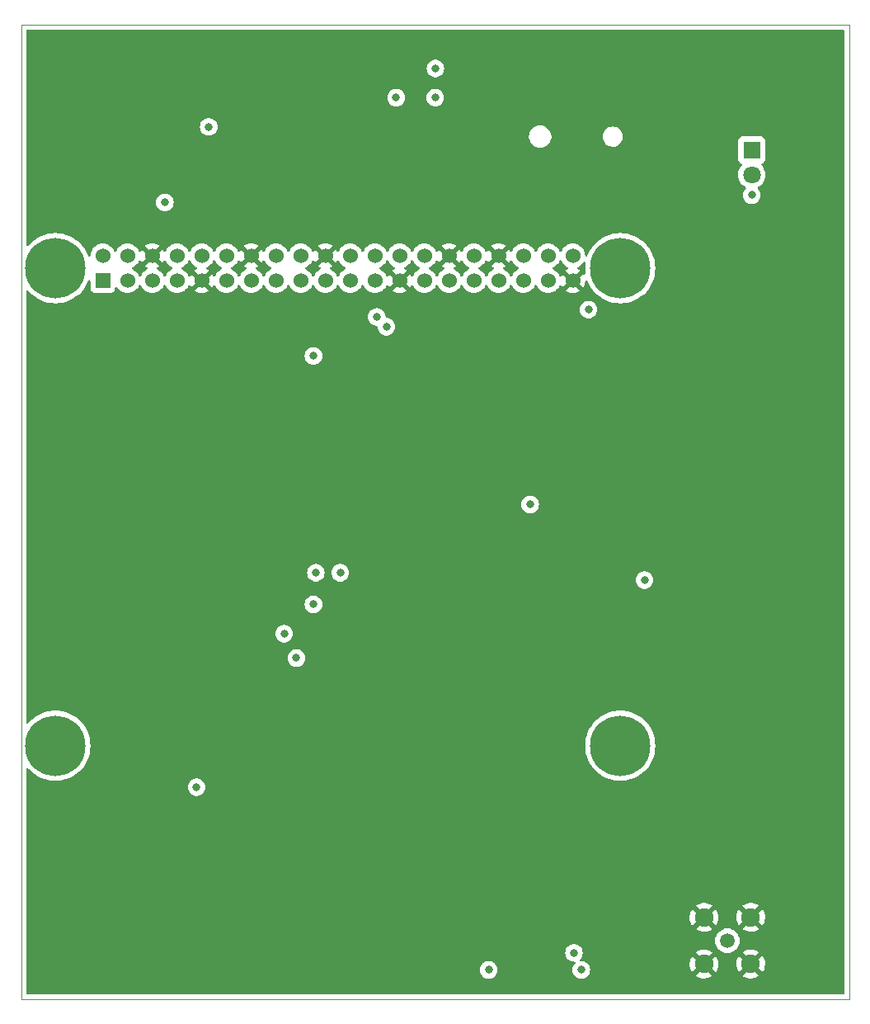
<source format=gbr>
%TF.GenerationSoftware,KiCad,Pcbnew,(6.0.7)*%
%TF.CreationDate,2022-10-30T05:00:52-05:00*%
%TF.ProjectId,GroundPCB,47726f75-6e64-4504-9342-2e6b69636164,1*%
%TF.SameCoordinates,Original*%
%TF.FileFunction,Copper,L2,Inr*%
%TF.FilePolarity,Positive*%
%FSLAX46Y46*%
G04 Gerber Fmt 4.6, Leading zero omitted, Abs format (unit mm)*
G04 Created by KiCad (PCBNEW (6.0.7)) date 2022-10-30 05:00:52*
%MOMM*%
%LPD*%
G01*
G04 APERTURE LIST*
%TA.AperFunction,Profile*%
%ADD10C,0.100000*%
%TD*%
%TA.AperFunction,ComponentPad*%
%ADD11C,6.200000*%
%TD*%
%TA.AperFunction,ComponentPad*%
%ADD12C,1.524000*%
%TD*%
%TA.AperFunction,ComponentPad*%
%ADD13R,1.524000X1.524000*%
%TD*%
%TA.AperFunction,ComponentPad*%
%ADD14C,1.920000*%
%TD*%
%TA.AperFunction,ComponentPad*%
%ADD15C,1.508000*%
%TD*%
%TA.AperFunction,ComponentPad*%
%ADD16R,1.800000X1.800000*%
%TD*%
%TA.AperFunction,ComponentPad*%
%ADD17C,1.800000*%
%TD*%
%TA.AperFunction,ViaPad*%
%ADD18C,0.800000*%
%TD*%
G04 APERTURE END LIST*
D10*
X100000000Y-53500000D02*
X185000000Y-53500000D01*
X185000000Y-53500000D02*
X185000000Y-153500000D01*
X185000000Y-153500000D02*
X100000000Y-153500000D01*
X100000000Y-153500000D02*
X100000000Y-53500000D01*
D11*
%TO.N,N/C*%
%TO.C,A1*%
X103500000Y-127500000D03*
X161500000Y-127500000D03*
X161500000Y-78500000D03*
X103500000Y-78500000D03*
D12*
%TO.N,unconnected-(A1-Pad40)*%
X156630000Y-77230000D03*
%TO.N,GND*%
X156630000Y-79770000D03*
%TO.N,unconnected-(A1-Pad38)*%
X154090000Y-77230000D03*
%TO.N,CTRL2B*%
X154090000Y-79770000D03*
%TO.N,unconnected-(A1-Pad36)*%
X151550000Y-77230000D03*
%TO.N,CTRL2A*%
X151550000Y-79770000D03*
%TO.N,GND*%
X149010000Y-77230000D03*
%TO.N,CTRL1B*%
X149010000Y-79770000D03*
%TO.N,unconnected-(A1-Pad32)*%
X146470000Y-77230000D03*
%TO.N,CTRL1A*%
X146470000Y-79770000D03*
%TO.N,GND*%
X143930000Y-77230000D03*
%TO.N,unconnected-(A1-Pad29)*%
X143930000Y-79770000D03*
%TO.N,unconnected-(A1-Pad28)*%
X141390000Y-77230000D03*
%TO.N,unconnected-(A1-Pad27)*%
X141390000Y-79770000D03*
%TO.N,unconnected-(A1-Pad26)*%
X138850000Y-77230000D03*
%TO.N,GND*%
X138850000Y-79770000D03*
%TO.N,CS*%
X136310000Y-77230000D03*
%TO.N,SCLK*%
X136310000Y-79770000D03*
%TO.N,unconnected-(A1-Pad22)*%
X133770000Y-77230000D03*
%TO.N,MISO*%
X133770000Y-79770000D03*
%TO.N,GND*%
X131230000Y-77230000D03*
%TO.N,MOSI*%
X131230000Y-79770000D03*
%TO.N,DIO0*%
X128690000Y-77230000D03*
%TO.N,+3.3V*%
X128690000Y-79770000D03*
%TO.N,RST-TRX*%
X126150000Y-77230000D03*
%TO.N,unconnected-(A1-Pad15)*%
X126150000Y-79770000D03*
%TO.N,GND*%
X123610000Y-77230000D03*
%TO.N,unconnected-(A1-Pad13)*%
X123610000Y-79770000D03*
%TO.N,unconnected-(A1-Pad12)*%
X121070000Y-77230000D03*
%TO.N,RST-RTC*%
X121070000Y-79770000D03*
%TO.N,unconnected-(A1-Pad10)*%
X118530000Y-77230000D03*
%TO.N,GND*%
X118530000Y-79770000D03*
%TO.N,unconnected-(A1-Pad8)*%
X115990000Y-77230000D03*
%TO.N,unconnected-(A1-Pad7)*%
X115990000Y-79770000D03*
%TO.N,GND*%
X113450000Y-77230000D03*
%TO.N,SCL*%
X113450000Y-79770000D03*
%TO.N,+5V*%
X110910000Y-77230000D03*
%TO.N,SDA*%
X110910000Y-79770000D03*
%TO.N,+5V*%
X108370000Y-77230000D03*
D13*
%TO.N,unconnected-(A1-Pad1)*%
X108370000Y-79770000D03*
%TD*%
D14*
%TO.N,GND*%
%TO.C,J1*%
X174900000Y-145100000D03*
X174900000Y-149900000D03*
X170100000Y-149900000D03*
X170100000Y-145100000D03*
D15*
%TO.N,Net-(IC2-Pad22)*%
X172500000Y-147500000D03*
%TD*%
D16*
%TO.N,Net-(D1-Pad1)*%
%TO.C,D1*%
X175000000Y-66381250D03*
D17*
%TO.N,+5V*%
X175000000Y-68921250D03*
%TD*%
D18*
%TO.N,+5V*%
X118000000Y-131750000D03*
%TO.N,CTRL1A*%
X128250000Y-118500000D03*
%TO.N,CTRL1B*%
X158250000Y-82750000D03*
X156750000Y-148750000D03*
%TO.N,GND*%
X128000000Y-128500000D03*
X161750000Y-150250000D03*
X144750000Y-141000000D03*
X125500000Y-112000000D03*
X124000000Y-114000000D03*
X170250000Y-115250000D03*
X155000000Y-146250000D03*
X158500000Y-142000000D03*
X126500000Y-125000000D03*
X155250000Y-134750000D03*
X124000000Y-136000000D03*
X134250000Y-120500000D03*
X161750000Y-151750000D03*
X130250000Y-133250000D03*
X131250000Y-122000000D03*
X143750000Y-139500000D03*
X122500000Y-135000000D03*
X122000000Y-120500000D03*
X159250000Y-119500000D03*
X148750000Y-134500000D03*
X124000000Y-117000000D03*
X139250000Y-120500000D03*
X124000000Y-116000000D03*
X136750000Y-133000000D03*
X152750000Y-133000000D03*
X137250000Y-120500000D03*
X158500000Y-141000000D03*
X155750000Y-122500000D03*
X149900000Y-122500000D03*
X134750000Y-134500000D03*
X166750000Y-116500000D03*
X147750000Y-134500000D03*
X124000000Y-133000000D03*
X140750000Y-139500000D03*
X159250000Y-118500000D03*
X122500000Y-127000000D03*
X133250000Y-106250000D03*
X154250000Y-145500000D03*
X124250000Y-108000000D03*
X163750000Y-121000000D03*
X148750000Y-141000000D03*
X156750000Y-122500000D03*
X159500000Y-150500000D03*
X132250000Y-106250000D03*
X125000000Y-120000000D03*
X126500000Y-124000000D03*
X147750000Y-133000000D03*
X129250000Y-122000000D03*
X160000000Y-143000000D03*
X139750000Y-139500000D03*
X156750000Y-145500000D03*
X129250000Y-106250000D03*
X126500000Y-105750000D03*
X125000000Y-123000000D03*
X141750000Y-141000000D03*
X138750000Y-134500000D03*
X125500000Y-117000000D03*
X130250000Y-106250000D03*
X125750000Y-109000000D03*
X168750000Y-131500000D03*
X160750000Y-148250000D03*
X163750000Y-150000000D03*
X154250000Y-136250000D03*
X129250000Y-120500000D03*
X149900000Y-121000000D03*
X156000000Y-144750000D03*
X125000000Y-107250000D03*
X125500000Y-147000000D03*
X152000000Y-143250000D03*
X162750000Y-121000000D03*
X130250000Y-120500000D03*
X141250000Y-120500000D03*
X148750000Y-133000000D03*
X127250000Y-127750000D03*
X125750000Y-119250000D03*
X164750000Y-141500000D03*
X162000000Y-145500000D03*
X127250000Y-105000000D03*
X122500000Y-133000000D03*
X149750000Y-141000000D03*
X124500000Y-148000000D03*
X144750000Y-134500000D03*
X151750000Y-133000000D03*
X125000000Y-124000000D03*
X152250000Y-123750000D03*
X124000000Y-124000000D03*
X150750000Y-134500000D03*
X124000000Y-129000000D03*
X124000000Y-131000000D03*
X149100000Y-121000000D03*
X155000000Y-137000000D03*
X124000000Y-113000000D03*
X142750000Y-141000000D03*
X136250000Y-120500000D03*
X141750000Y-133000000D03*
X162500000Y-141250000D03*
X142250000Y-120500000D03*
X122500000Y-136000000D03*
X136750000Y-139500000D03*
X158500000Y-144000000D03*
X137750000Y-134500000D03*
X125750000Y-106500000D03*
X128000000Y-131000000D03*
X162750000Y-151750000D03*
X142750000Y-133000000D03*
X145500000Y-123500000D03*
X146750000Y-139500000D03*
X124000000Y-110000000D03*
X157250000Y-139250000D03*
X136750000Y-134500000D03*
X131250000Y-104750000D03*
X131250000Y-106250000D03*
X127250000Y-130250000D03*
X165500000Y-150750000D03*
X137750000Y-141000000D03*
X135250000Y-120500000D03*
X154500000Y-143250000D03*
X166000000Y-147750000D03*
X132250000Y-122000000D03*
X133250000Y-104750000D03*
X156750000Y-121000000D03*
X165500000Y-140750000D03*
X165000000Y-112750000D03*
X160000000Y-142000000D03*
X124000000Y-128000000D03*
X126500000Y-108250000D03*
X142750000Y-139500000D03*
X147750000Y-139500000D03*
X160000000Y-140100000D03*
X123000000Y-122000000D03*
X152750000Y-144000000D03*
X166250000Y-150000000D03*
X167000000Y-135000000D03*
X161750000Y-144500000D03*
X158000000Y-140000000D03*
X125000000Y-128000000D03*
X161000000Y-142750000D03*
X153750000Y-133250000D03*
X153500000Y-135500000D03*
X140750000Y-133000000D03*
X141750000Y-139500000D03*
X165250000Y-121750000D03*
X139250000Y-122000000D03*
X164000000Y-139750000D03*
X127000000Y-122000000D03*
X138750000Y-139500000D03*
X144000000Y-123500000D03*
X143250000Y-122000000D03*
X135250000Y-122000000D03*
X122500000Y-134000000D03*
X145750000Y-133000000D03*
X125000000Y-146000000D03*
X137250000Y-122000000D03*
X130250000Y-104750000D03*
X150750000Y-139500000D03*
X166750000Y-112750000D03*
X125500000Y-113000000D03*
X160000000Y-147500000D03*
X138250000Y-122000000D03*
X147750000Y-141000000D03*
X134250000Y-104750000D03*
X125000000Y-127000000D03*
X125750000Y-120750000D03*
X156750000Y-136250000D03*
X127250000Y-107500000D03*
X161750000Y-142000000D03*
X168750000Y-127750000D03*
X149750000Y-139500000D03*
X153000000Y-141750000D03*
X140250000Y-122000000D03*
X126500000Y-127000000D03*
X135750000Y-133000000D03*
X125500000Y-116000000D03*
X151500000Y-140250000D03*
X132500000Y-133000000D03*
X124000000Y-112000000D03*
X134750000Y-133000000D03*
X125750000Y-128750000D03*
X164750000Y-151500000D03*
X124000000Y-109000000D03*
X125500000Y-148000000D03*
X131750000Y-132250000D03*
X134250000Y-106250000D03*
X145750000Y-134500000D03*
X142250000Y-122000000D03*
X168750000Y-135000000D03*
X160250000Y-118500000D03*
X163000000Y-147000000D03*
X155750000Y-121000000D03*
X167750000Y-148500000D03*
X126500000Y-126000000D03*
X159750000Y-139250000D03*
X163250000Y-140500000D03*
X163750000Y-151750000D03*
X132825000Y-134500000D03*
X125500000Y-115000000D03*
X143750000Y-141000000D03*
X128250000Y-122000000D03*
X168750000Y-146750000D03*
X167000000Y-149250000D03*
X122500000Y-128000000D03*
X170250000Y-113750000D03*
X159250000Y-148250000D03*
X162750000Y-150250000D03*
X122500000Y-130000000D03*
X128100000Y-106600000D03*
X153500000Y-144750000D03*
X158000000Y-145500000D03*
X124000000Y-115000000D03*
X140750000Y-134500000D03*
X146750000Y-134500000D03*
X134250000Y-122000000D03*
X129250000Y-104750000D03*
X159750000Y-120500000D03*
X156500000Y-138500000D03*
X131900000Y-134500000D03*
X130250000Y-122000000D03*
X128750000Y-129250000D03*
X131250000Y-120500000D03*
X133750000Y-133000000D03*
X165250000Y-148500000D03*
X133250000Y-120500000D03*
X151250000Y-142500000D03*
X142750000Y-134500000D03*
X160000000Y-151250000D03*
X122500000Y-124000000D03*
X124000000Y-135000000D03*
X146750000Y-133000000D03*
X122000000Y-119500000D03*
X126500000Y-129500000D03*
X137750000Y-133000000D03*
X163000000Y-148000000D03*
X122500000Y-126000000D03*
X164000000Y-142250000D03*
X136250000Y-122000000D03*
X158500000Y-143000000D03*
X167750000Y-146750000D03*
X148750000Y-139500000D03*
X126500000Y-123000000D03*
X156000000Y-135500000D03*
X124000000Y-125000000D03*
X160000000Y-144000000D03*
X122500000Y-129000000D03*
X124000000Y-126000000D03*
X141750000Y-134500000D03*
X130250000Y-130750000D03*
X149750000Y-134500000D03*
X125500000Y-114000000D03*
X160750000Y-151750000D03*
X129500000Y-132500000D03*
X159000000Y-138500000D03*
X166750000Y-147000000D03*
X133750000Y-134500000D03*
X122500000Y-131000000D03*
X167000000Y-131500000D03*
X151750000Y-134500000D03*
X138750000Y-141000000D03*
X124000000Y-130000000D03*
X140250000Y-120500000D03*
X152750000Y-134750000D03*
X165000000Y-116500000D03*
X131000000Y-131500000D03*
X145750000Y-141000000D03*
X135750000Y-134500000D03*
X139750000Y-134500000D03*
X122500000Y-123000000D03*
X158250000Y-137750000D03*
X128750000Y-131750000D03*
X163750000Y-122500000D03*
X138750000Y-133000000D03*
X137750000Y-139500000D03*
X143250000Y-120500000D03*
X125500000Y-110000000D03*
X143750000Y-134500000D03*
X124250000Y-120750000D03*
X125000000Y-125000000D03*
X150500000Y-123750000D03*
X125000000Y-144750000D03*
X128250000Y-104750000D03*
X139750000Y-141000000D03*
X157500000Y-137000000D03*
X135750000Y-141000000D03*
X160250000Y-119500000D03*
X160000000Y-141000000D03*
X154500000Y-134000000D03*
X133250000Y-122000000D03*
X168750000Y-148250000D03*
X153750000Y-142500000D03*
X132250000Y-120500000D03*
X160750000Y-146750000D03*
X124250000Y-119250000D03*
X124000000Y-127000000D03*
X149750000Y-133000000D03*
X143750000Y-133000000D03*
X155250000Y-144000000D03*
X136750000Y-141000000D03*
X124000000Y-111000000D03*
X150750000Y-133000000D03*
X164500000Y-149250000D03*
X155750000Y-147000000D03*
X125500000Y-111000000D03*
X140750000Y-141000000D03*
X162500000Y-143750000D03*
X124000000Y-134000000D03*
X141250000Y-122000000D03*
X139750000Y-133000000D03*
X125000000Y-126000000D03*
X144750000Y-139500000D03*
X152250000Y-141000000D03*
X150500000Y-141750000D03*
X159750000Y-121750000D03*
X146750000Y-141000000D03*
X167000000Y-127750000D03*
X155750000Y-137750000D03*
X144750000Y-133000000D03*
X132250000Y-104750000D03*
X129500000Y-130000000D03*
X162750000Y-122500000D03*
X138250000Y-120500000D03*
X145750000Y-139500000D03*
X135750000Y-139500000D03*
X149100000Y-122500000D03*
X163250000Y-143000000D03*
X122500000Y-132000000D03*
X131000000Y-134000000D03*
X124500000Y-147000000D03*
X124000000Y-132000000D03*
X122500000Y-125000000D03*
X159250000Y-146750000D03*
%TO.N,CTRL2A*%
X130250000Y-109750000D03*
X132750000Y-109750000D03*
X127000000Y-116000000D03*
%TO.N,CTRL2B*%
X157500000Y-150500000D03*
%TO.N,+3.3V*%
X152250000Y-102750000D03*
%TO.N,+5V*%
X142525000Y-58000000D03*
X130000000Y-113000000D03*
X119250000Y-64000000D03*
X175000000Y-71000000D03*
X164000000Y-110500000D03*
X148000000Y-150500000D03*
%TO.N,SDA*%
X142500000Y-61000000D03*
%TO.N,SCL*%
X138500000Y-61000000D03*
X114750000Y-71750000D03*
%TO.N,SCLK*%
X136500000Y-83500000D03*
%TO.N,CS*%
X137500000Y-84500000D03*
%TO.N,DIO0*%
X130000000Y-87500000D03*
%TD*%
%TA.AperFunction,Conductor*%
%TO.N,GND*%
G36*
X184441621Y-54020502D02*
G01*
X184488114Y-54074158D01*
X184499500Y-54126500D01*
X184499500Y-152873500D01*
X184479498Y-152941621D01*
X184425842Y-152988114D01*
X184373500Y-152999500D01*
X100626500Y-152999500D01*
X100558379Y-152979498D01*
X100511886Y-152925842D01*
X100500500Y-152873500D01*
X100500500Y-150500000D01*
X147094540Y-150500000D01*
X147095230Y-150506565D01*
X147111658Y-150662867D01*
X147114326Y-150688256D01*
X147172821Y-150868284D01*
X147267467Y-151032216D01*
X147271885Y-151037123D01*
X147271886Y-151037124D01*
X147321906Y-151092676D01*
X147394129Y-151172888D01*
X147547270Y-151284151D01*
X147720197Y-151361144D01*
X147818212Y-151381978D01*
X147898897Y-151399128D01*
X147898901Y-151399128D01*
X147905354Y-151400500D01*
X148094646Y-151400500D01*
X148101099Y-151399128D01*
X148101103Y-151399128D01*
X148181788Y-151381978D01*
X148279803Y-151361144D01*
X148452730Y-151284151D01*
X148605871Y-151172888D01*
X148678095Y-151092676D01*
X148728114Y-151037124D01*
X148728115Y-151037123D01*
X148732533Y-151032216D01*
X148827179Y-150868284D01*
X148885674Y-150688256D01*
X148888343Y-150662867D01*
X148904770Y-150506565D01*
X148905460Y-150500000D01*
X148885674Y-150311744D01*
X148827179Y-150131716D01*
X148732533Y-149967784D01*
X148636213Y-149860810D01*
X148610286Y-149832015D01*
X148610284Y-149832014D01*
X148605871Y-149827112D01*
X148560891Y-149794432D01*
X148458072Y-149719730D01*
X148458071Y-149719729D01*
X148452730Y-149715849D01*
X148279803Y-149638856D01*
X148155887Y-149612517D01*
X148101103Y-149600872D01*
X148101099Y-149600872D01*
X148094646Y-149599500D01*
X147905354Y-149599500D01*
X147898901Y-149600872D01*
X147898897Y-149600872D01*
X147844113Y-149612517D01*
X147720197Y-149638856D01*
X147547270Y-149715849D01*
X147541929Y-149719729D01*
X147541928Y-149719730D01*
X147439109Y-149794432D01*
X147394129Y-149827112D01*
X147389716Y-149832014D01*
X147389714Y-149832015D01*
X147363787Y-149860810D01*
X147267467Y-149967784D01*
X147172821Y-150131716D01*
X147114326Y-150311744D01*
X147094540Y-150500000D01*
X100500500Y-150500000D01*
X100500500Y-148750000D01*
X155844540Y-148750000D01*
X155864326Y-148938256D01*
X155922821Y-149118284D01*
X155926124Y-149124006D01*
X155926125Y-149124007D01*
X156007232Y-149264488D01*
X156017467Y-149282216D01*
X156144129Y-149422888D01*
X156149468Y-149426767D01*
X156288774Y-149527978D01*
X156297270Y-149534151D01*
X156470197Y-149611144D01*
X156554759Y-149629118D01*
X156648897Y-149649128D01*
X156648901Y-149649128D01*
X156655354Y-149650500D01*
X156770150Y-149650500D01*
X156838271Y-149670502D01*
X156884764Y-149724158D01*
X156894868Y-149794432D01*
X156863786Y-149860810D01*
X156771890Y-149962871D01*
X156771887Y-149962875D01*
X156767467Y-149967784D01*
X156672821Y-150131716D01*
X156614326Y-150311744D01*
X156594540Y-150500000D01*
X156595230Y-150506565D01*
X156611658Y-150662867D01*
X156614326Y-150688256D01*
X156672821Y-150868284D01*
X156767467Y-151032216D01*
X156771885Y-151037123D01*
X156771886Y-151037124D01*
X156821906Y-151092676D01*
X156894129Y-151172888D01*
X157047270Y-151284151D01*
X157220197Y-151361144D01*
X157318212Y-151381978D01*
X157398897Y-151399128D01*
X157398901Y-151399128D01*
X157405354Y-151400500D01*
X157594646Y-151400500D01*
X157601099Y-151399128D01*
X157601103Y-151399128D01*
X157681788Y-151381978D01*
X157779803Y-151361144D01*
X157952730Y-151284151D01*
X158105871Y-151172888D01*
X158166122Y-151105973D01*
X169259273Y-151105973D01*
X169263032Y-151111269D01*
X169459066Y-151225822D01*
X169468349Y-151230269D01*
X169684206Y-151312697D01*
X169694108Y-151315574D01*
X169920511Y-151361636D01*
X169930764Y-151362859D01*
X170161657Y-151371326D01*
X170171943Y-151370859D01*
X170401132Y-151341499D01*
X170411210Y-151339357D01*
X170632522Y-151272960D01*
X170642120Y-151269199D01*
X170849617Y-151167547D01*
X170858462Y-151162274D01*
X170928115Y-151112591D01*
X170933311Y-151105973D01*
X174059273Y-151105973D01*
X174063032Y-151111269D01*
X174259066Y-151225822D01*
X174268349Y-151230269D01*
X174484206Y-151312697D01*
X174494108Y-151315574D01*
X174720511Y-151361636D01*
X174730764Y-151362859D01*
X174961657Y-151371326D01*
X174971943Y-151370859D01*
X175201132Y-151341499D01*
X175211210Y-151339357D01*
X175432522Y-151272960D01*
X175442120Y-151269199D01*
X175649617Y-151167547D01*
X175658462Y-151162274D01*
X175728115Y-151112591D01*
X175736516Y-151101891D01*
X175729528Y-151088738D01*
X174912812Y-150272022D01*
X174898868Y-150264408D01*
X174897035Y-150264539D01*
X174890420Y-150268790D01*
X174066534Y-151092676D01*
X174059273Y-151105973D01*
X170933311Y-151105973D01*
X170936516Y-151101891D01*
X170929528Y-151088738D01*
X170112812Y-150272022D01*
X170098868Y-150264408D01*
X170097035Y-150264539D01*
X170090420Y-150268790D01*
X169266534Y-151092676D01*
X169259273Y-151105973D01*
X158166122Y-151105973D01*
X158178095Y-151092676D01*
X158228114Y-151037124D01*
X158228115Y-151037123D01*
X158232533Y-151032216D01*
X158327179Y-150868284D01*
X158385674Y-150688256D01*
X158388343Y-150662867D01*
X158404770Y-150506565D01*
X158405460Y-150500000D01*
X158385674Y-150311744D01*
X158327179Y-150131716D01*
X158232533Y-149967784D01*
X158143738Y-149869167D01*
X168627706Y-149869167D01*
X168641006Y-150099838D01*
X168642442Y-150110058D01*
X168693238Y-150335454D01*
X168696317Y-150345282D01*
X168783249Y-150559370D01*
X168787892Y-150568561D01*
X168886464Y-150729416D01*
X168896921Y-150738876D01*
X168905697Y-150735093D01*
X169727978Y-149912812D01*
X169734356Y-149901132D01*
X170464408Y-149901132D01*
X170464539Y-149902965D01*
X170468790Y-149909580D01*
X171289296Y-150730086D01*
X171301306Y-150736645D01*
X171313046Y-150727677D01*
X171359616Y-150662867D01*
X171364927Y-150654028D01*
X171467296Y-150446901D01*
X171471094Y-150437308D01*
X171538262Y-150216232D01*
X171540439Y-150206162D01*
X171570835Y-149975279D01*
X171571354Y-149968604D01*
X171572949Y-149903364D01*
X171572755Y-149896647D01*
X171570496Y-149869167D01*
X173427706Y-149869167D01*
X173441006Y-150099838D01*
X173442442Y-150110058D01*
X173493238Y-150335454D01*
X173496317Y-150345282D01*
X173583249Y-150559370D01*
X173587892Y-150568561D01*
X173686464Y-150729416D01*
X173696921Y-150738876D01*
X173705697Y-150735093D01*
X174527978Y-149912812D01*
X174534356Y-149901132D01*
X175264408Y-149901132D01*
X175264539Y-149902965D01*
X175268790Y-149909580D01*
X176089296Y-150730086D01*
X176101306Y-150736645D01*
X176113046Y-150727677D01*
X176159616Y-150662867D01*
X176164927Y-150654028D01*
X176267296Y-150446901D01*
X176271094Y-150437308D01*
X176338262Y-150216232D01*
X176340439Y-150206162D01*
X176370835Y-149975279D01*
X176371354Y-149968604D01*
X176372949Y-149903364D01*
X176372755Y-149896647D01*
X176353675Y-149664567D01*
X176351992Y-149654405D01*
X176295703Y-149430306D01*
X176292382Y-149420551D01*
X176200252Y-149208667D01*
X176195374Y-149199570D01*
X176112616Y-149071645D01*
X176101930Y-149062442D01*
X176092365Y-149066845D01*
X175272022Y-149887188D01*
X175264408Y-149901132D01*
X174534356Y-149901132D01*
X174535592Y-149898868D01*
X174535461Y-149897035D01*
X174531210Y-149890420D01*
X173710687Y-149069897D01*
X173699151Y-149063597D01*
X173686868Y-149073221D01*
X173622126Y-149168129D01*
X173617028Y-149177103D01*
X173519750Y-149386670D01*
X173516187Y-149396357D01*
X173454442Y-149618999D01*
X173452511Y-149629118D01*
X173427958Y-149858878D01*
X173427706Y-149869167D01*
X171570496Y-149869167D01*
X171553675Y-149664567D01*
X171551992Y-149654405D01*
X171495703Y-149430306D01*
X171492382Y-149420551D01*
X171400252Y-149208667D01*
X171395374Y-149199570D01*
X171312616Y-149071645D01*
X171301930Y-149062442D01*
X171292365Y-149066845D01*
X170472022Y-149887188D01*
X170464408Y-149901132D01*
X169734356Y-149901132D01*
X169735592Y-149898868D01*
X169735461Y-149897035D01*
X169731210Y-149890420D01*
X168910687Y-149069897D01*
X168899151Y-149063597D01*
X168886868Y-149073221D01*
X168822126Y-149168129D01*
X168817028Y-149177103D01*
X168719750Y-149386670D01*
X168716187Y-149396357D01*
X168654442Y-149618999D01*
X168652511Y-149629118D01*
X168627958Y-149858878D01*
X168627706Y-149869167D01*
X158143738Y-149869167D01*
X158136213Y-149860810D01*
X158110286Y-149832015D01*
X158110284Y-149832014D01*
X158105871Y-149827112D01*
X158060891Y-149794432D01*
X157958072Y-149719730D01*
X157958071Y-149719729D01*
X157952730Y-149715849D01*
X157779803Y-149638856D01*
X157655887Y-149612517D01*
X157601103Y-149600872D01*
X157601099Y-149600872D01*
X157594646Y-149599500D01*
X157479850Y-149599500D01*
X157411729Y-149579498D01*
X157365236Y-149525842D01*
X157355132Y-149455568D01*
X157386214Y-149389190D01*
X157478110Y-149287129D01*
X157478114Y-149287124D01*
X157482533Y-149282216D01*
X157492768Y-149264488D01*
X157573875Y-149124007D01*
X157573876Y-149124006D01*
X157577179Y-149118284D01*
X157635674Y-148938256D01*
X157655460Y-148750000D01*
X157649980Y-148697857D01*
X169262652Y-148697857D01*
X169269397Y-148710187D01*
X170087188Y-149527978D01*
X170101132Y-149535592D01*
X170102965Y-149535461D01*
X170109580Y-149531210D01*
X170931710Y-148709080D01*
X170938731Y-148696223D01*
X170930959Y-148685556D01*
X170919218Y-148676283D01*
X170910637Y-148670583D01*
X170708355Y-148558918D01*
X170698956Y-148554693D01*
X170481155Y-148477565D01*
X170471184Y-148474931D01*
X170243713Y-148434412D01*
X170233461Y-148433443D01*
X170002417Y-148430620D01*
X169992133Y-148431340D01*
X169763741Y-148466289D01*
X169753713Y-148468678D01*
X169534096Y-148540460D01*
X169524586Y-148544457D01*
X169319646Y-148651142D01*
X169310921Y-148656636D01*
X169271106Y-148686530D01*
X169262652Y-148697857D01*
X157649980Y-148697857D01*
X157635674Y-148561744D01*
X157577179Y-148381716D01*
X157482533Y-148217784D01*
X157355871Y-148077112D01*
X157202730Y-147965849D01*
X157029803Y-147888856D01*
X156931788Y-147868022D01*
X156851103Y-147850872D01*
X156851099Y-147850872D01*
X156844646Y-147849500D01*
X156655354Y-147849500D01*
X156648901Y-147850872D01*
X156648897Y-147850872D01*
X156568212Y-147868022D01*
X156470197Y-147888856D01*
X156297270Y-147965849D01*
X156144129Y-148077112D01*
X156017467Y-148217784D01*
X155922821Y-148381716D01*
X155864326Y-148561744D01*
X155844540Y-148750000D01*
X100500500Y-148750000D01*
X100500500Y-147500000D01*
X171240708Y-147500000D01*
X171259839Y-147718674D01*
X171316653Y-147930703D01*
X171360104Y-148023884D01*
X171407095Y-148124659D01*
X171407098Y-148124664D01*
X171409421Y-148129646D01*
X171412577Y-148134153D01*
X171412578Y-148134155D01*
X171475142Y-148223505D01*
X171535326Y-148309457D01*
X171690543Y-148464674D01*
X171695051Y-148467831D01*
X171695054Y-148467833D01*
X171804485Y-148544457D01*
X171870354Y-148590579D01*
X171875336Y-148592902D01*
X171875341Y-148592905D01*
X171976116Y-148639896D01*
X172069297Y-148683347D01*
X172281326Y-148740161D01*
X172500000Y-148759292D01*
X172718674Y-148740161D01*
X172876552Y-148697857D01*
X174062652Y-148697857D01*
X174069397Y-148710187D01*
X174887188Y-149527978D01*
X174901132Y-149535592D01*
X174902965Y-149535461D01*
X174909580Y-149531210D01*
X175731710Y-148709080D01*
X175738731Y-148696223D01*
X175730959Y-148685556D01*
X175719218Y-148676283D01*
X175710637Y-148670583D01*
X175508355Y-148558918D01*
X175498956Y-148554693D01*
X175281155Y-148477565D01*
X175271184Y-148474931D01*
X175043713Y-148434412D01*
X175033461Y-148433443D01*
X174802417Y-148430620D01*
X174792133Y-148431340D01*
X174563741Y-148466289D01*
X174553713Y-148468678D01*
X174334096Y-148540460D01*
X174324586Y-148544457D01*
X174119646Y-148651142D01*
X174110921Y-148656636D01*
X174071106Y-148686530D01*
X174062652Y-148697857D01*
X172876552Y-148697857D01*
X172930703Y-148683347D01*
X173023884Y-148639896D01*
X173124659Y-148592905D01*
X173124664Y-148592902D01*
X173129646Y-148590579D01*
X173195515Y-148544457D01*
X173304946Y-148467833D01*
X173304949Y-148467831D01*
X173309457Y-148464674D01*
X173464674Y-148309457D01*
X173524859Y-148223505D01*
X173587422Y-148134155D01*
X173587423Y-148134153D01*
X173590579Y-148129646D01*
X173592902Y-148124664D01*
X173592905Y-148124659D01*
X173639896Y-148023884D01*
X173683347Y-147930703D01*
X173740161Y-147718674D01*
X173759292Y-147500000D01*
X173740161Y-147281326D01*
X173683347Y-147069297D01*
X173639896Y-146976116D01*
X173592905Y-146875341D01*
X173592902Y-146875336D01*
X173590579Y-146870354D01*
X173464674Y-146690543D01*
X173309457Y-146535326D01*
X173304949Y-146532169D01*
X173304946Y-146532167D01*
X173134155Y-146412578D01*
X173134153Y-146412577D01*
X173129646Y-146409421D01*
X173124664Y-146407098D01*
X173124659Y-146407095D01*
X173023884Y-146360104D01*
X172930703Y-146316653D01*
X172890845Y-146305973D01*
X174059273Y-146305973D01*
X174063032Y-146311269D01*
X174259066Y-146425822D01*
X174268349Y-146430269D01*
X174484206Y-146512697D01*
X174494108Y-146515574D01*
X174720511Y-146561636D01*
X174730764Y-146562859D01*
X174961657Y-146571326D01*
X174971943Y-146570859D01*
X175201132Y-146541499D01*
X175211210Y-146539357D01*
X175432522Y-146472960D01*
X175442120Y-146469199D01*
X175649617Y-146367547D01*
X175658462Y-146362274D01*
X175728115Y-146312591D01*
X175736516Y-146301891D01*
X175729528Y-146288738D01*
X174912812Y-145472022D01*
X174898868Y-145464408D01*
X174897035Y-145464539D01*
X174890420Y-145468790D01*
X174066534Y-146292676D01*
X174059273Y-146305973D01*
X172890845Y-146305973D01*
X172718674Y-146259839D01*
X172500000Y-146240708D01*
X172281326Y-146259839D01*
X172069297Y-146316653D01*
X171976116Y-146360104D01*
X171875341Y-146407095D01*
X171875336Y-146407098D01*
X171870354Y-146409421D01*
X171865847Y-146412577D01*
X171865845Y-146412578D01*
X171695054Y-146532167D01*
X171695051Y-146532169D01*
X171690543Y-146535326D01*
X171535326Y-146690543D01*
X171409421Y-146870354D01*
X171407098Y-146875336D01*
X171407095Y-146875341D01*
X171360104Y-146976116D01*
X171316653Y-147069297D01*
X171259839Y-147281326D01*
X171240708Y-147500000D01*
X100500500Y-147500000D01*
X100500500Y-146305973D01*
X169259273Y-146305973D01*
X169263032Y-146311269D01*
X169459066Y-146425822D01*
X169468349Y-146430269D01*
X169684206Y-146512697D01*
X169694108Y-146515574D01*
X169920511Y-146561636D01*
X169930764Y-146562859D01*
X170161657Y-146571326D01*
X170171943Y-146570859D01*
X170401132Y-146541499D01*
X170411210Y-146539357D01*
X170632522Y-146472960D01*
X170642120Y-146469199D01*
X170849617Y-146367547D01*
X170858462Y-146362274D01*
X170928115Y-146312591D01*
X170936516Y-146301891D01*
X170929528Y-146288738D01*
X170112812Y-145472022D01*
X170098868Y-145464408D01*
X170097035Y-145464539D01*
X170090420Y-145468790D01*
X169266534Y-146292676D01*
X169259273Y-146305973D01*
X100500500Y-146305973D01*
X100500500Y-145069167D01*
X168627706Y-145069167D01*
X168641006Y-145299838D01*
X168642442Y-145310058D01*
X168693238Y-145535454D01*
X168696317Y-145545282D01*
X168783249Y-145759370D01*
X168787892Y-145768561D01*
X168886464Y-145929416D01*
X168896921Y-145938876D01*
X168905697Y-145935093D01*
X169727978Y-145112812D01*
X169734356Y-145101132D01*
X170464408Y-145101132D01*
X170464539Y-145102965D01*
X170468790Y-145109580D01*
X171289296Y-145930086D01*
X171301306Y-145936645D01*
X171313046Y-145927677D01*
X171359616Y-145862867D01*
X171364927Y-145854028D01*
X171467296Y-145646901D01*
X171471094Y-145637308D01*
X171538262Y-145416232D01*
X171540439Y-145406162D01*
X171570835Y-145175279D01*
X171571354Y-145168604D01*
X171572949Y-145103364D01*
X171572755Y-145096647D01*
X171570496Y-145069167D01*
X173427706Y-145069167D01*
X173441006Y-145299838D01*
X173442442Y-145310058D01*
X173493238Y-145535454D01*
X173496317Y-145545282D01*
X173583249Y-145759370D01*
X173587892Y-145768561D01*
X173686464Y-145929416D01*
X173696921Y-145938876D01*
X173705697Y-145935093D01*
X174527978Y-145112812D01*
X174534356Y-145101132D01*
X175264408Y-145101132D01*
X175264539Y-145102965D01*
X175268790Y-145109580D01*
X176089296Y-145930086D01*
X176101306Y-145936645D01*
X176113046Y-145927677D01*
X176159616Y-145862867D01*
X176164927Y-145854028D01*
X176267296Y-145646901D01*
X176271094Y-145637308D01*
X176338262Y-145416232D01*
X176340439Y-145406162D01*
X176370835Y-145175279D01*
X176371354Y-145168604D01*
X176372949Y-145103364D01*
X176372755Y-145096647D01*
X176353675Y-144864567D01*
X176351992Y-144854405D01*
X176295703Y-144630306D01*
X176292382Y-144620551D01*
X176200252Y-144408667D01*
X176195374Y-144399570D01*
X176112616Y-144271645D01*
X176101930Y-144262442D01*
X176092365Y-144266845D01*
X175272022Y-145087188D01*
X175264408Y-145101132D01*
X174534356Y-145101132D01*
X174535592Y-145098868D01*
X174535461Y-145097035D01*
X174531210Y-145090420D01*
X173710687Y-144269897D01*
X173699151Y-144263597D01*
X173686868Y-144273221D01*
X173622126Y-144368129D01*
X173617028Y-144377103D01*
X173519750Y-144586670D01*
X173516187Y-144596357D01*
X173454442Y-144818999D01*
X173452511Y-144829118D01*
X173427958Y-145058878D01*
X173427706Y-145069167D01*
X171570496Y-145069167D01*
X171553675Y-144864567D01*
X171551992Y-144854405D01*
X171495703Y-144630306D01*
X171492382Y-144620551D01*
X171400252Y-144408667D01*
X171395374Y-144399570D01*
X171312616Y-144271645D01*
X171301930Y-144262442D01*
X171292365Y-144266845D01*
X170472022Y-145087188D01*
X170464408Y-145101132D01*
X169734356Y-145101132D01*
X169735592Y-145098868D01*
X169735461Y-145097035D01*
X169731210Y-145090420D01*
X168910687Y-144269897D01*
X168899151Y-144263597D01*
X168886868Y-144273221D01*
X168822126Y-144368129D01*
X168817028Y-144377103D01*
X168719750Y-144586670D01*
X168716187Y-144596357D01*
X168654442Y-144818999D01*
X168652511Y-144829118D01*
X168627958Y-145058878D01*
X168627706Y-145069167D01*
X100500500Y-145069167D01*
X100500500Y-143897857D01*
X169262652Y-143897857D01*
X169269397Y-143910187D01*
X170087188Y-144727978D01*
X170101132Y-144735592D01*
X170102965Y-144735461D01*
X170109580Y-144731210D01*
X170931710Y-143909080D01*
X170937839Y-143897857D01*
X174062652Y-143897857D01*
X174069397Y-143910187D01*
X174887188Y-144727978D01*
X174901132Y-144735592D01*
X174902965Y-144735461D01*
X174909580Y-144731210D01*
X175731710Y-143909080D01*
X175738731Y-143896223D01*
X175730959Y-143885556D01*
X175719218Y-143876283D01*
X175710637Y-143870583D01*
X175508355Y-143758918D01*
X175498956Y-143754693D01*
X175281155Y-143677565D01*
X175271184Y-143674931D01*
X175043713Y-143634412D01*
X175033461Y-143633443D01*
X174802417Y-143630620D01*
X174792133Y-143631340D01*
X174563741Y-143666289D01*
X174553713Y-143668678D01*
X174334096Y-143740460D01*
X174324586Y-143744457D01*
X174119646Y-143851142D01*
X174110921Y-143856636D01*
X174071106Y-143886530D01*
X174062652Y-143897857D01*
X170937839Y-143897857D01*
X170938731Y-143896223D01*
X170930959Y-143885556D01*
X170919218Y-143876283D01*
X170910637Y-143870583D01*
X170708355Y-143758918D01*
X170698956Y-143754693D01*
X170481155Y-143677565D01*
X170471184Y-143674931D01*
X170243713Y-143634412D01*
X170233461Y-143633443D01*
X170002417Y-143630620D01*
X169992133Y-143631340D01*
X169763741Y-143666289D01*
X169753713Y-143668678D01*
X169534096Y-143740460D01*
X169524586Y-143744457D01*
X169319646Y-143851142D01*
X169310921Y-143856636D01*
X169271106Y-143886530D01*
X169262652Y-143897857D01*
X100500500Y-143897857D01*
X100500500Y-131750000D01*
X117094540Y-131750000D01*
X117114326Y-131938256D01*
X117172821Y-132118284D01*
X117267467Y-132282216D01*
X117394129Y-132422888D01*
X117547270Y-132534151D01*
X117720197Y-132611144D01*
X117818212Y-132631978D01*
X117898897Y-132649128D01*
X117898901Y-132649128D01*
X117905354Y-132650500D01*
X118094646Y-132650500D01*
X118101099Y-132649128D01*
X118101103Y-132649128D01*
X118181788Y-132631978D01*
X118279803Y-132611144D01*
X118452730Y-132534151D01*
X118605871Y-132422888D01*
X118732533Y-132282216D01*
X118827179Y-132118284D01*
X118885674Y-131938256D01*
X118905460Y-131750000D01*
X118885674Y-131561744D01*
X118827179Y-131381716D01*
X118732533Y-131217784D01*
X118605871Y-131077112D01*
X118452730Y-130965849D01*
X118279803Y-130888856D01*
X118181788Y-130868022D01*
X118101103Y-130850872D01*
X118101099Y-130850872D01*
X118094646Y-130849500D01*
X117905354Y-130849500D01*
X117898901Y-130850872D01*
X117898897Y-130850872D01*
X117818212Y-130868022D01*
X117720197Y-130888856D01*
X117547270Y-130965849D01*
X117394129Y-131077112D01*
X117267467Y-131217784D01*
X117172821Y-131381716D01*
X117114326Y-131561744D01*
X117094540Y-131750000D01*
X100500500Y-131750000D01*
X100500500Y-129872989D01*
X100520502Y-129804868D01*
X100574158Y-129758375D01*
X100644432Y-129748271D01*
X100709012Y-129777765D01*
X100724414Y-129793688D01*
X100820635Y-129912511D01*
X101087489Y-130179365D01*
X101380775Y-130416863D01*
X101697279Y-130622403D01*
X101700213Y-130623898D01*
X101700220Y-130623902D01*
X102030595Y-130792236D01*
X102033535Y-130793734D01*
X102385857Y-130928978D01*
X102750387Y-131026653D01*
X102948353Y-131058008D01*
X103119881Y-131085176D01*
X103119889Y-131085177D01*
X103123129Y-131085690D01*
X103500000Y-131105441D01*
X103876871Y-131085690D01*
X103880111Y-131085177D01*
X103880119Y-131085176D01*
X104051647Y-131058008D01*
X104249613Y-131026653D01*
X104614143Y-130928978D01*
X104966465Y-130793734D01*
X104969405Y-130792236D01*
X105299780Y-130623902D01*
X105299787Y-130623898D01*
X105302721Y-130622403D01*
X105619225Y-130416863D01*
X105912511Y-130179365D01*
X106179365Y-129912511D01*
X106416863Y-129619225D01*
X106622403Y-129302720D01*
X106793734Y-128966465D01*
X106928978Y-128614143D01*
X107026653Y-128249613D01*
X107085690Y-127876871D01*
X107105441Y-127500000D01*
X157894559Y-127500000D01*
X157914310Y-127876871D01*
X157973347Y-128249613D01*
X158071022Y-128614143D01*
X158206266Y-128966465D01*
X158377597Y-129302720D01*
X158583137Y-129619225D01*
X158820635Y-129912511D01*
X159087489Y-130179365D01*
X159380775Y-130416863D01*
X159697279Y-130622403D01*
X159700213Y-130623898D01*
X159700220Y-130623902D01*
X160030595Y-130792236D01*
X160033535Y-130793734D01*
X160385857Y-130928978D01*
X160750387Y-131026653D01*
X160948353Y-131058008D01*
X161119881Y-131085176D01*
X161119889Y-131085177D01*
X161123129Y-131085690D01*
X161500000Y-131105441D01*
X161876871Y-131085690D01*
X161880111Y-131085177D01*
X161880119Y-131085176D01*
X162051647Y-131058008D01*
X162249613Y-131026653D01*
X162614143Y-130928978D01*
X162966465Y-130793734D01*
X162969405Y-130792236D01*
X163299780Y-130623902D01*
X163299787Y-130623898D01*
X163302721Y-130622403D01*
X163619225Y-130416863D01*
X163912511Y-130179365D01*
X164179365Y-129912511D01*
X164416863Y-129619225D01*
X164622403Y-129302720D01*
X164793734Y-128966465D01*
X164928978Y-128614143D01*
X165026653Y-128249613D01*
X165085690Y-127876871D01*
X165105441Y-127500000D01*
X165085690Y-127123129D01*
X165026653Y-126750387D01*
X164928978Y-126385857D01*
X164793734Y-126033535D01*
X164622403Y-125697280D01*
X164416863Y-125380775D01*
X164179365Y-125087489D01*
X163912511Y-124820635D01*
X163619225Y-124583137D01*
X163302721Y-124377597D01*
X163299787Y-124376102D01*
X163299780Y-124376098D01*
X162969405Y-124207764D01*
X162966465Y-124206266D01*
X162614143Y-124071022D01*
X162249613Y-123973347D01*
X162051647Y-123941992D01*
X161880119Y-123914824D01*
X161880111Y-123914823D01*
X161876871Y-123914310D01*
X161500000Y-123894559D01*
X161123129Y-123914310D01*
X161119889Y-123914823D01*
X161119881Y-123914824D01*
X160948353Y-123941992D01*
X160750387Y-123973347D01*
X160385857Y-124071022D01*
X160033535Y-124206266D01*
X160030595Y-124207764D01*
X159700221Y-124376098D01*
X159700214Y-124376102D01*
X159697280Y-124377597D01*
X159380775Y-124583137D01*
X159087489Y-124820635D01*
X158820635Y-125087489D01*
X158583137Y-125380775D01*
X158377597Y-125697280D01*
X158206266Y-126033535D01*
X158071022Y-126385857D01*
X157973347Y-126750387D01*
X157914310Y-127123129D01*
X157894559Y-127500000D01*
X107105441Y-127500000D01*
X107085690Y-127123129D01*
X107026653Y-126750387D01*
X106928978Y-126385857D01*
X106793734Y-126033535D01*
X106622403Y-125697280D01*
X106416863Y-125380775D01*
X106179365Y-125087489D01*
X105912511Y-124820635D01*
X105619225Y-124583137D01*
X105302721Y-124377597D01*
X105299787Y-124376102D01*
X105299780Y-124376098D01*
X104969405Y-124207764D01*
X104966465Y-124206266D01*
X104614143Y-124071022D01*
X104249613Y-123973347D01*
X104051647Y-123941992D01*
X103880119Y-123914824D01*
X103880111Y-123914823D01*
X103876871Y-123914310D01*
X103500000Y-123894559D01*
X103123129Y-123914310D01*
X103119889Y-123914823D01*
X103119881Y-123914824D01*
X102948353Y-123941992D01*
X102750387Y-123973347D01*
X102385857Y-124071022D01*
X102033535Y-124206266D01*
X102030595Y-124207764D01*
X101700221Y-124376098D01*
X101700214Y-124376102D01*
X101697280Y-124377597D01*
X101380775Y-124583137D01*
X101087489Y-124820635D01*
X100820635Y-125087489D01*
X100724418Y-125206307D01*
X100666006Y-125246657D01*
X100595049Y-125249023D01*
X100534077Y-125212650D01*
X100502449Y-125149088D01*
X100500500Y-125127011D01*
X100500500Y-118500000D01*
X127344540Y-118500000D01*
X127364326Y-118688256D01*
X127422821Y-118868284D01*
X127517467Y-119032216D01*
X127644129Y-119172888D01*
X127797270Y-119284151D01*
X127970197Y-119361144D01*
X128068212Y-119381978D01*
X128148897Y-119399128D01*
X128148901Y-119399128D01*
X128155354Y-119400500D01*
X128344646Y-119400500D01*
X128351099Y-119399128D01*
X128351103Y-119399128D01*
X128431788Y-119381978D01*
X128529803Y-119361144D01*
X128702730Y-119284151D01*
X128855871Y-119172888D01*
X128982533Y-119032216D01*
X129077179Y-118868284D01*
X129135674Y-118688256D01*
X129155460Y-118500000D01*
X129135674Y-118311744D01*
X129077179Y-118131716D01*
X128982533Y-117967784D01*
X128855871Y-117827112D01*
X128702730Y-117715849D01*
X128529803Y-117638856D01*
X128431788Y-117618022D01*
X128351103Y-117600872D01*
X128351099Y-117600872D01*
X128344646Y-117599500D01*
X128155354Y-117599500D01*
X128148901Y-117600872D01*
X128148897Y-117600872D01*
X128068212Y-117618022D01*
X127970197Y-117638856D01*
X127797270Y-117715849D01*
X127644129Y-117827112D01*
X127517467Y-117967784D01*
X127422821Y-118131716D01*
X127364326Y-118311744D01*
X127344540Y-118500000D01*
X100500500Y-118500000D01*
X100500500Y-116000000D01*
X126094540Y-116000000D01*
X126114326Y-116188256D01*
X126172821Y-116368284D01*
X126267467Y-116532216D01*
X126394129Y-116672888D01*
X126547270Y-116784151D01*
X126720197Y-116861144D01*
X126818212Y-116881978D01*
X126898897Y-116899128D01*
X126898901Y-116899128D01*
X126905354Y-116900500D01*
X127094646Y-116900500D01*
X127101099Y-116899128D01*
X127101103Y-116899128D01*
X127181788Y-116881978D01*
X127279803Y-116861144D01*
X127452730Y-116784151D01*
X127605871Y-116672888D01*
X127732533Y-116532216D01*
X127827179Y-116368284D01*
X127885674Y-116188256D01*
X127905460Y-116000000D01*
X127885674Y-115811744D01*
X127827179Y-115631716D01*
X127732533Y-115467784D01*
X127605871Y-115327112D01*
X127452730Y-115215849D01*
X127279803Y-115138856D01*
X127181788Y-115118022D01*
X127101103Y-115100872D01*
X127101099Y-115100872D01*
X127094646Y-115099500D01*
X126905354Y-115099500D01*
X126898901Y-115100872D01*
X126898897Y-115100872D01*
X126818212Y-115118022D01*
X126720197Y-115138856D01*
X126547270Y-115215849D01*
X126394129Y-115327112D01*
X126267467Y-115467784D01*
X126172821Y-115631716D01*
X126114326Y-115811744D01*
X126094540Y-116000000D01*
X100500500Y-116000000D01*
X100500500Y-113000000D01*
X129094540Y-113000000D01*
X129114326Y-113188256D01*
X129172821Y-113368284D01*
X129267467Y-113532216D01*
X129394129Y-113672888D01*
X129547270Y-113784151D01*
X129720197Y-113861144D01*
X129818212Y-113881978D01*
X129898897Y-113899128D01*
X129898901Y-113899128D01*
X129905354Y-113900500D01*
X130094646Y-113900500D01*
X130101099Y-113899128D01*
X130101103Y-113899128D01*
X130181788Y-113881978D01*
X130279803Y-113861144D01*
X130452730Y-113784151D01*
X130605871Y-113672888D01*
X130732533Y-113532216D01*
X130827179Y-113368284D01*
X130885674Y-113188256D01*
X130905460Y-113000000D01*
X130885674Y-112811744D01*
X130827179Y-112631716D01*
X130732533Y-112467784D01*
X130605871Y-112327112D01*
X130452730Y-112215849D01*
X130279803Y-112138856D01*
X130181788Y-112118022D01*
X130101103Y-112100872D01*
X130101099Y-112100872D01*
X130094646Y-112099500D01*
X129905354Y-112099500D01*
X129898901Y-112100872D01*
X129898897Y-112100872D01*
X129818212Y-112118022D01*
X129720197Y-112138856D01*
X129547270Y-112215849D01*
X129394129Y-112327112D01*
X129267467Y-112467784D01*
X129172821Y-112631716D01*
X129114326Y-112811744D01*
X129094540Y-113000000D01*
X100500500Y-113000000D01*
X100500500Y-109750000D01*
X129344540Y-109750000D01*
X129364326Y-109938256D01*
X129422821Y-110118284D01*
X129426124Y-110124006D01*
X129426125Y-110124007D01*
X129507232Y-110264488D01*
X129517467Y-110282216D01*
X129521885Y-110287123D01*
X129521886Y-110287124D01*
X129549964Y-110318307D01*
X129644129Y-110422888D01*
X129797270Y-110534151D01*
X129970197Y-110611144D01*
X130068212Y-110631978D01*
X130148897Y-110649128D01*
X130148901Y-110649128D01*
X130155354Y-110650500D01*
X130344646Y-110650500D01*
X130351099Y-110649128D01*
X130351103Y-110649128D01*
X130431788Y-110631978D01*
X130529803Y-110611144D01*
X130702730Y-110534151D01*
X130855871Y-110422888D01*
X130950037Y-110318307D01*
X130978114Y-110287124D01*
X130978115Y-110287123D01*
X130982533Y-110282216D01*
X130992768Y-110264488D01*
X131073875Y-110124007D01*
X131073876Y-110124006D01*
X131077179Y-110118284D01*
X131135674Y-109938256D01*
X131155460Y-109750000D01*
X131844540Y-109750000D01*
X131864326Y-109938256D01*
X131922821Y-110118284D01*
X131926124Y-110124006D01*
X131926125Y-110124007D01*
X132007232Y-110264488D01*
X132017467Y-110282216D01*
X132021885Y-110287123D01*
X132021886Y-110287124D01*
X132049964Y-110318307D01*
X132144129Y-110422888D01*
X132297270Y-110534151D01*
X132470197Y-110611144D01*
X132568212Y-110631978D01*
X132648897Y-110649128D01*
X132648901Y-110649128D01*
X132655354Y-110650500D01*
X132844646Y-110650500D01*
X132851099Y-110649128D01*
X132851103Y-110649128D01*
X132931788Y-110631978D01*
X133029803Y-110611144D01*
X133202730Y-110534151D01*
X133249735Y-110500000D01*
X163094540Y-110500000D01*
X163095230Y-110506565D01*
X163110214Y-110649128D01*
X163114326Y-110688256D01*
X163172821Y-110868284D01*
X163267467Y-111032216D01*
X163394129Y-111172888D01*
X163547270Y-111284151D01*
X163720197Y-111361144D01*
X163818212Y-111381978D01*
X163898897Y-111399128D01*
X163898901Y-111399128D01*
X163905354Y-111400500D01*
X164094646Y-111400500D01*
X164101099Y-111399128D01*
X164101103Y-111399128D01*
X164181788Y-111381978D01*
X164279803Y-111361144D01*
X164452730Y-111284151D01*
X164605871Y-111172888D01*
X164732533Y-111032216D01*
X164827179Y-110868284D01*
X164885674Y-110688256D01*
X164889787Y-110649128D01*
X164904770Y-110506565D01*
X164905460Y-110500000D01*
X164885674Y-110311744D01*
X164827179Y-110131716D01*
X164815796Y-110111999D01*
X164735836Y-109973505D01*
X164732533Y-109967784D01*
X164705946Y-109938256D01*
X164610286Y-109832015D01*
X164610284Y-109832014D01*
X164605871Y-109827112D01*
X164452730Y-109715849D01*
X164279803Y-109638856D01*
X164181788Y-109618022D01*
X164101103Y-109600872D01*
X164101099Y-109600872D01*
X164094646Y-109599500D01*
X163905354Y-109599500D01*
X163898901Y-109600872D01*
X163898897Y-109600872D01*
X163818212Y-109618022D01*
X163720197Y-109638856D01*
X163547270Y-109715849D01*
X163394129Y-109827112D01*
X163389716Y-109832014D01*
X163389714Y-109832015D01*
X163294054Y-109938256D01*
X163267467Y-109967784D01*
X163264164Y-109973505D01*
X163184205Y-110111999D01*
X163172821Y-110131716D01*
X163114326Y-110311744D01*
X163094540Y-110500000D01*
X133249735Y-110500000D01*
X133355871Y-110422888D01*
X133450037Y-110318307D01*
X133478114Y-110287124D01*
X133478115Y-110287123D01*
X133482533Y-110282216D01*
X133492768Y-110264488D01*
X133573875Y-110124007D01*
X133573876Y-110124006D01*
X133577179Y-110118284D01*
X133635674Y-109938256D01*
X133655460Y-109750000D01*
X133643634Y-109637483D01*
X133636364Y-109568307D01*
X133636364Y-109568305D01*
X133635674Y-109561744D01*
X133577179Y-109381716D01*
X133482533Y-109217784D01*
X133355871Y-109077112D01*
X133202730Y-108965849D01*
X133029803Y-108888856D01*
X132931788Y-108868022D01*
X132851103Y-108850872D01*
X132851099Y-108850872D01*
X132844646Y-108849500D01*
X132655354Y-108849500D01*
X132648901Y-108850872D01*
X132648897Y-108850872D01*
X132568212Y-108868022D01*
X132470197Y-108888856D01*
X132297270Y-108965849D01*
X132144129Y-109077112D01*
X132017467Y-109217784D01*
X131922821Y-109381716D01*
X131864326Y-109561744D01*
X131863636Y-109568305D01*
X131863636Y-109568307D01*
X131856366Y-109637483D01*
X131844540Y-109750000D01*
X131155460Y-109750000D01*
X131143634Y-109637483D01*
X131136364Y-109568307D01*
X131136364Y-109568305D01*
X131135674Y-109561744D01*
X131077179Y-109381716D01*
X130982533Y-109217784D01*
X130855871Y-109077112D01*
X130702730Y-108965849D01*
X130529803Y-108888856D01*
X130431788Y-108868022D01*
X130351103Y-108850872D01*
X130351099Y-108850872D01*
X130344646Y-108849500D01*
X130155354Y-108849500D01*
X130148901Y-108850872D01*
X130148897Y-108850872D01*
X130068212Y-108868022D01*
X129970197Y-108888856D01*
X129797270Y-108965849D01*
X129644129Y-109077112D01*
X129517467Y-109217784D01*
X129422821Y-109381716D01*
X129364326Y-109561744D01*
X129363636Y-109568305D01*
X129363636Y-109568307D01*
X129356366Y-109637483D01*
X129344540Y-109750000D01*
X100500500Y-109750000D01*
X100500500Y-102750000D01*
X151344540Y-102750000D01*
X151364326Y-102938256D01*
X151422821Y-103118284D01*
X151517467Y-103282216D01*
X151644129Y-103422888D01*
X151797270Y-103534151D01*
X151970197Y-103611144D01*
X152068212Y-103631978D01*
X152148897Y-103649128D01*
X152148901Y-103649128D01*
X152155354Y-103650500D01*
X152344646Y-103650500D01*
X152351099Y-103649128D01*
X152351103Y-103649128D01*
X152431788Y-103631978D01*
X152529803Y-103611144D01*
X152702730Y-103534151D01*
X152855871Y-103422888D01*
X152982533Y-103282216D01*
X153077179Y-103118284D01*
X153135674Y-102938256D01*
X153155460Y-102750000D01*
X153135674Y-102561744D01*
X153077179Y-102381716D01*
X152982533Y-102217784D01*
X152855871Y-102077112D01*
X152702730Y-101965849D01*
X152529803Y-101888856D01*
X152431788Y-101868022D01*
X152351103Y-101850872D01*
X152351099Y-101850872D01*
X152344646Y-101849500D01*
X152155354Y-101849500D01*
X152148901Y-101850872D01*
X152148897Y-101850872D01*
X152068212Y-101868022D01*
X151970197Y-101888856D01*
X151797270Y-101965849D01*
X151644129Y-102077112D01*
X151517467Y-102217784D01*
X151422821Y-102381716D01*
X151364326Y-102561744D01*
X151344540Y-102750000D01*
X100500500Y-102750000D01*
X100500500Y-87500000D01*
X129094540Y-87500000D01*
X129114326Y-87688256D01*
X129172821Y-87868284D01*
X129267467Y-88032216D01*
X129394129Y-88172888D01*
X129547270Y-88284151D01*
X129720197Y-88361144D01*
X129818212Y-88381978D01*
X129898897Y-88399128D01*
X129898901Y-88399128D01*
X129905354Y-88400500D01*
X130094646Y-88400500D01*
X130101099Y-88399128D01*
X130101103Y-88399128D01*
X130181788Y-88381978D01*
X130279803Y-88361144D01*
X130452730Y-88284151D01*
X130605871Y-88172888D01*
X130732533Y-88032216D01*
X130827179Y-87868284D01*
X130885674Y-87688256D01*
X130905460Y-87500000D01*
X130885674Y-87311744D01*
X130827179Y-87131716D01*
X130732533Y-86967784D01*
X130605871Y-86827112D01*
X130452730Y-86715849D01*
X130279803Y-86638856D01*
X130181788Y-86618022D01*
X130101103Y-86600872D01*
X130101099Y-86600872D01*
X130094646Y-86599500D01*
X129905354Y-86599500D01*
X129898901Y-86600872D01*
X129898897Y-86600872D01*
X129818212Y-86618022D01*
X129720197Y-86638856D01*
X129547270Y-86715849D01*
X129394129Y-86827112D01*
X129267467Y-86967784D01*
X129172821Y-87131716D01*
X129114326Y-87311744D01*
X129094540Y-87500000D01*
X100500500Y-87500000D01*
X100500500Y-83500000D01*
X135594540Y-83500000D01*
X135595230Y-83506565D01*
X135610214Y-83649128D01*
X135614326Y-83688256D01*
X135672821Y-83868284D01*
X135767467Y-84032216D01*
X135771885Y-84037123D01*
X135771886Y-84037124D01*
X135862717Y-84138001D01*
X135894129Y-84172888D01*
X136047270Y-84284151D01*
X136220197Y-84361144D01*
X136318212Y-84381978D01*
X136398897Y-84399128D01*
X136398901Y-84399128D01*
X136405354Y-84400500D01*
X136470631Y-84400500D01*
X136538752Y-84420502D01*
X136585245Y-84474158D01*
X136595941Y-84513330D01*
X136614326Y-84688256D01*
X136672821Y-84868284D01*
X136767467Y-85032216D01*
X136894129Y-85172888D01*
X137047270Y-85284151D01*
X137220197Y-85361144D01*
X137318212Y-85381978D01*
X137398897Y-85399128D01*
X137398901Y-85399128D01*
X137405354Y-85400500D01*
X137594646Y-85400500D01*
X137601099Y-85399128D01*
X137601103Y-85399128D01*
X137681788Y-85381978D01*
X137779803Y-85361144D01*
X137952730Y-85284151D01*
X138105871Y-85172888D01*
X138232533Y-85032216D01*
X138327179Y-84868284D01*
X138385674Y-84688256D01*
X138405460Y-84500000D01*
X138397105Y-84420502D01*
X138386364Y-84318307D01*
X138386364Y-84318305D01*
X138385674Y-84311744D01*
X138327179Y-84131716D01*
X138232533Y-83967784D01*
X138142943Y-83868284D01*
X138110286Y-83832015D01*
X138110284Y-83832014D01*
X138105871Y-83827112D01*
X137952730Y-83715849D01*
X137779803Y-83638856D01*
X137655887Y-83612517D01*
X137601103Y-83600872D01*
X137601099Y-83600872D01*
X137594646Y-83599500D01*
X137529369Y-83599500D01*
X137461248Y-83579498D01*
X137414755Y-83525842D01*
X137404059Y-83486670D01*
X137386364Y-83318307D01*
X137386364Y-83318305D01*
X137385674Y-83311744D01*
X137327179Y-83131716D01*
X137315796Y-83111999D01*
X137235836Y-82973505D01*
X137232533Y-82967784D01*
X137205946Y-82938256D01*
X137110286Y-82832015D01*
X137110284Y-82832014D01*
X137105871Y-82827112D01*
X136999735Y-82750000D01*
X157344540Y-82750000D01*
X157364326Y-82938256D01*
X157422821Y-83118284D01*
X157426124Y-83124006D01*
X157426125Y-83124007D01*
X157507232Y-83264488D01*
X157517467Y-83282216D01*
X157521885Y-83287123D01*
X157521886Y-83287124D01*
X157549964Y-83318307D01*
X157644129Y-83422888D01*
X157649468Y-83426767D01*
X157785834Y-83525842D01*
X157797270Y-83534151D01*
X157970197Y-83611144D01*
X158068212Y-83631978D01*
X158148897Y-83649128D01*
X158148901Y-83649128D01*
X158155354Y-83650500D01*
X158344646Y-83650500D01*
X158351099Y-83649128D01*
X158351103Y-83649128D01*
X158431788Y-83631978D01*
X158529803Y-83611144D01*
X158702730Y-83534151D01*
X158714167Y-83525842D01*
X158850532Y-83426767D01*
X158855871Y-83422888D01*
X158950037Y-83318307D01*
X158978114Y-83287124D01*
X158978115Y-83287123D01*
X158982533Y-83282216D01*
X158992768Y-83264488D01*
X159073875Y-83124007D01*
X159073876Y-83124006D01*
X159077179Y-83118284D01*
X159135674Y-82938256D01*
X159155460Y-82750000D01*
X159143634Y-82637483D01*
X159136364Y-82568307D01*
X159136364Y-82568305D01*
X159135674Y-82561744D01*
X159077179Y-82381716D01*
X158982533Y-82217784D01*
X158855871Y-82077112D01*
X158702730Y-81965849D01*
X158529803Y-81888856D01*
X158431788Y-81868022D01*
X158351103Y-81850872D01*
X158351099Y-81850872D01*
X158344646Y-81849500D01*
X158155354Y-81849500D01*
X158148901Y-81850872D01*
X158148897Y-81850872D01*
X158068212Y-81868022D01*
X157970197Y-81888856D01*
X157797270Y-81965849D01*
X157644129Y-82077112D01*
X157517467Y-82217784D01*
X157422821Y-82381716D01*
X157364326Y-82561744D01*
X157363636Y-82568305D01*
X157363636Y-82568307D01*
X157356366Y-82637483D01*
X157344540Y-82750000D01*
X136999735Y-82750000D01*
X136952730Y-82715849D01*
X136779803Y-82638856D01*
X136681788Y-82618022D01*
X136601103Y-82600872D01*
X136601099Y-82600872D01*
X136594646Y-82599500D01*
X136405354Y-82599500D01*
X136398901Y-82600872D01*
X136398897Y-82600872D01*
X136318212Y-82618022D01*
X136220197Y-82638856D01*
X136047270Y-82715849D01*
X135894129Y-82827112D01*
X135889716Y-82832014D01*
X135889714Y-82832015D01*
X135794054Y-82938256D01*
X135767467Y-82967784D01*
X135764164Y-82973505D01*
X135684205Y-83111999D01*
X135672821Y-83131716D01*
X135614326Y-83311744D01*
X135594540Y-83500000D01*
X100500500Y-83500000D01*
X100500500Y-80872989D01*
X100520502Y-80804868D01*
X100574158Y-80758375D01*
X100644432Y-80748271D01*
X100709012Y-80777765D01*
X100724414Y-80793688D01*
X100820635Y-80912511D01*
X101087489Y-81179365D01*
X101380775Y-81416863D01*
X101697279Y-81622403D01*
X101700213Y-81623898D01*
X101700220Y-81623902D01*
X102030595Y-81792236D01*
X102033535Y-81793734D01*
X102385857Y-81928978D01*
X102750387Y-82026653D01*
X102948353Y-82058008D01*
X103119881Y-82085176D01*
X103119889Y-82085177D01*
X103123129Y-82085690D01*
X103500000Y-82105441D01*
X103876871Y-82085690D01*
X103880111Y-82085177D01*
X103880119Y-82085176D01*
X104051647Y-82058008D01*
X104249613Y-82026653D01*
X104614143Y-81928978D01*
X104966465Y-81793734D01*
X104969405Y-81792236D01*
X105299780Y-81623902D01*
X105299787Y-81623898D01*
X105302721Y-81622403D01*
X105619225Y-81416863D01*
X105912511Y-81179365D01*
X106179365Y-80912511D01*
X106416863Y-80619225D01*
X106538676Y-80431649D01*
X106620605Y-80305489D01*
X106620607Y-80305486D01*
X106622403Y-80302720D01*
X106634643Y-80278699D01*
X106792236Y-79969405D01*
X106793734Y-79966465D01*
X106863870Y-79783755D01*
X106906956Y-79727327D01*
X106973709Y-79703151D01*
X107042937Y-79718902D01*
X107092659Y-79769580D01*
X107107501Y-79828908D01*
X107107501Y-80579376D01*
X107107870Y-80582770D01*
X107107870Y-80582776D01*
X107108494Y-80588515D01*
X107114149Y-80640580D01*
X107164474Y-80774824D01*
X107169854Y-80782003D01*
X107169856Y-80782006D01*
X107245072Y-80882365D01*
X107250454Y-80889546D01*
X107257635Y-80894928D01*
X107357994Y-80970144D01*
X107357997Y-80970146D01*
X107365176Y-80975526D01*
X107454561Y-81009034D01*
X107492025Y-81023079D01*
X107492027Y-81023079D01*
X107499420Y-81025851D01*
X107507270Y-81026704D01*
X107507271Y-81026704D01*
X107557217Y-81032130D01*
X107560623Y-81032500D01*
X108369881Y-81032500D01*
X109179376Y-81032499D01*
X109182770Y-81032130D01*
X109182776Y-81032130D01*
X109232722Y-81026705D01*
X109232726Y-81026704D01*
X109240580Y-81025851D01*
X109374824Y-80975526D01*
X109382003Y-80970146D01*
X109382006Y-80970144D01*
X109482365Y-80894928D01*
X109489546Y-80889546D01*
X109494928Y-80882365D01*
X109570144Y-80782006D01*
X109570146Y-80782003D01*
X109575526Y-80774824D01*
X109625851Y-80640580D01*
X109628473Y-80616450D01*
X109632131Y-80582774D01*
X109632131Y-80582773D01*
X109632500Y-80579377D01*
X109632500Y-80546263D01*
X109652502Y-80478142D01*
X109706158Y-80431649D01*
X109776432Y-80421545D01*
X109841012Y-80451039D01*
X109861708Y-80473986D01*
X109939174Y-80584620D01*
X110095380Y-80740826D01*
X110099888Y-80743983D01*
X110099891Y-80743985D01*
X110271829Y-80864377D01*
X110276338Y-80867534D01*
X110281320Y-80869857D01*
X110281325Y-80869860D01*
X110471568Y-80958571D01*
X110476550Y-80960894D01*
X110481858Y-80962316D01*
X110481860Y-80962317D01*
X110508261Y-80969391D01*
X110689932Y-81018070D01*
X110910000Y-81037323D01*
X111130068Y-81018070D01*
X111311739Y-80969391D01*
X111338140Y-80962317D01*
X111338142Y-80962316D01*
X111343450Y-80960894D01*
X111348432Y-80958571D01*
X111538675Y-80869860D01*
X111538680Y-80869857D01*
X111543662Y-80867534D01*
X111548171Y-80864377D01*
X111720109Y-80743985D01*
X111720112Y-80743983D01*
X111724620Y-80740826D01*
X111880826Y-80584620D01*
X112007534Y-80403661D01*
X112053313Y-80305489D01*
X112065805Y-80278699D01*
X112112722Y-80225414D01*
X112181000Y-80205953D01*
X112248960Y-80226495D01*
X112294195Y-80278699D01*
X112306688Y-80305489D01*
X112352466Y-80403661D01*
X112479174Y-80584620D01*
X112635380Y-80740826D01*
X112639888Y-80743983D01*
X112639891Y-80743985D01*
X112811829Y-80864377D01*
X112816338Y-80867534D01*
X112821320Y-80869857D01*
X112821325Y-80869860D01*
X113011568Y-80958571D01*
X113016550Y-80960894D01*
X113021858Y-80962316D01*
X113021860Y-80962317D01*
X113048261Y-80969391D01*
X113229932Y-81018070D01*
X113450000Y-81037323D01*
X113670068Y-81018070D01*
X113851739Y-80969391D01*
X113878140Y-80962317D01*
X113878142Y-80962316D01*
X113883450Y-80960894D01*
X113888432Y-80958571D01*
X114078675Y-80869860D01*
X114078680Y-80869857D01*
X114083662Y-80867534D01*
X114088171Y-80864377D01*
X114260109Y-80743985D01*
X114260112Y-80743983D01*
X114264620Y-80740826D01*
X114420826Y-80584620D01*
X114547534Y-80403661D01*
X114593313Y-80305489D01*
X114605805Y-80278699D01*
X114652722Y-80225414D01*
X114721000Y-80205953D01*
X114788960Y-80226495D01*
X114834195Y-80278699D01*
X114846688Y-80305489D01*
X114892466Y-80403661D01*
X115019174Y-80584620D01*
X115175380Y-80740826D01*
X115179888Y-80743983D01*
X115179891Y-80743985D01*
X115351829Y-80864377D01*
X115356338Y-80867534D01*
X115361320Y-80869857D01*
X115361325Y-80869860D01*
X115551568Y-80958571D01*
X115556550Y-80960894D01*
X115561858Y-80962316D01*
X115561860Y-80962317D01*
X115588261Y-80969391D01*
X115769932Y-81018070D01*
X115990000Y-81037323D01*
X116210068Y-81018070D01*
X116391739Y-80969391D01*
X116418140Y-80962317D01*
X116418142Y-80962316D01*
X116423450Y-80960894D01*
X116428432Y-80958571D01*
X116618675Y-80869860D01*
X116618680Y-80869857D01*
X116623662Y-80867534D01*
X116628171Y-80864377D01*
X116679013Y-80828777D01*
X117835777Y-80828777D01*
X117845074Y-80840793D01*
X117888069Y-80870898D01*
X117897555Y-80876376D01*
X118088993Y-80965645D01*
X118099285Y-80969391D01*
X118303309Y-81024059D01*
X118314104Y-81025962D01*
X118524525Y-81044372D01*
X118535475Y-81044372D01*
X118745896Y-81025962D01*
X118756691Y-81024059D01*
X118960715Y-80969391D01*
X118971007Y-80965645D01*
X119162445Y-80876376D01*
X119171931Y-80870898D01*
X119215764Y-80840207D01*
X119224139Y-80829729D01*
X119217071Y-80816281D01*
X118542812Y-80142022D01*
X118528868Y-80134408D01*
X118527035Y-80134539D01*
X118520420Y-80138790D01*
X117842207Y-80817003D01*
X117835777Y-80828777D01*
X116679013Y-80828777D01*
X116800109Y-80743985D01*
X116800112Y-80743983D01*
X116804620Y-80740826D01*
X116960826Y-80584620D01*
X117087534Y-80403661D01*
X117133313Y-80305489D01*
X117141668Y-80287571D01*
X117188586Y-80234286D01*
X117256863Y-80214825D01*
X117324823Y-80235367D01*
X117370058Y-80287571D01*
X117423623Y-80402441D01*
X117429103Y-80411932D01*
X117459794Y-80455765D01*
X117470271Y-80464140D01*
X117483718Y-80457072D01*
X118157978Y-79782812D01*
X118165592Y-79768868D01*
X118165461Y-79767035D01*
X118161210Y-79760420D01*
X117482997Y-79082207D01*
X117471223Y-79075777D01*
X117459207Y-79085074D01*
X117429103Y-79128068D01*
X117423623Y-79137559D01*
X117370058Y-79252429D01*
X117323141Y-79305714D01*
X117254863Y-79325175D01*
X117186903Y-79304633D01*
X117141668Y-79252429D01*
X117089857Y-79141320D01*
X117089855Y-79141317D01*
X117087534Y-79136339D01*
X116960826Y-78955380D01*
X116804620Y-78799174D01*
X116800112Y-78796017D01*
X116800109Y-78796015D01*
X116628171Y-78675623D01*
X116628168Y-78675621D01*
X116623662Y-78672466D01*
X116618680Y-78670143D01*
X116618675Y-78670140D01*
X116498699Y-78614195D01*
X116445414Y-78567278D01*
X116425953Y-78499001D01*
X116446495Y-78431041D01*
X116498699Y-78385805D01*
X116618675Y-78329860D01*
X116618680Y-78329857D01*
X116623662Y-78327534D01*
X116628171Y-78324377D01*
X116800109Y-78203985D01*
X116800112Y-78203983D01*
X116804620Y-78200826D01*
X116960826Y-78044620D01*
X117087534Y-77863661D01*
X117095848Y-77845833D01*
X117145805Y-77738699D01*
X117192722Y-77685414D01*
X117261000Y-77665953D01*
X117328960Y-77686495D01*
X117374195Y-77738699D01*
X117424153Y-77845833D01*
X117432466Y-77863661D01*
X117559174Y-78044620D01*
X117715380Y-78200826D01*
X117719888Y-78203983D01*
X117719891Y-78203985D01*
X117891829Y-78324377D01*
X117896338Y-78327534D01*
X117901320Y-78329857D01*
X117901325Y-78329860D01*
X118012429Y-78381668D01*
X118065714Y-78428585D01*
X118085175Y-78496862D01*
X118064633Y-78564822D01*
X118012429Y-78610058D01*
X117897559Y-78663623D01*
X117888068Y-78669103D01*
X117844235Y-78699794D01*
X117835860Y-78710271D01*
X117842928Y-78723718D01*
X118517188Y-79397978D01*
X118531132Y-79405592D01*
X118532965Y-79405461D01*
X118539580Y-79401210D01*
X119217793Y-78722997D01*
X119224223Y-78711223D01*
X119214926Y-78699207D01*
X119171931Y-78669102D01*
X119162445Y-78663624D01*
X119047571Y-78610058D01*
X118994286Y-78563141D01*
X118974825Y-78494864D01*
X118995367Y-78426904D01*
X119047571Y-78381668D01*
X119158675Y-78329860D01*
X119158680Y-78329857D01*
X119163662Y-78327534D01*
X119168171Y-78324377D01*
X119340109Y-78203985D01*
X119340112Y-78203983D01*
X119344620Y-78200826D01*
X119500826Y-78044620D01*
X119627534Y-77863661D01*
X119635848Y-77845833D01*
X119685805Y-77738699D01*
X119732722Y-77685414D01*
X119801000Y-77665953D01*
X119868960Y-77686495D01*
X119914195Y-77738699D01*
X119964153Y-77845833D01*
X119972466Y-77863661D01*
X120099174Y-78044620D01*
X120255380Y-78200826D01*
X120259888Y-78203983D01*
X120259891Y-78203985D01*
X120431829Y-78324377D01*
X120436338Y-78327534D01*
X120441320Y-78329857D01*
X120441325Y-78329860D01*
X120561301Y-78385805D01*
X120614586Y-78432722D01*
X120634047Y-78500999D01*
X120613505Y-78568959D01*
X120561301Y-78614195D01*
X120441320Y-78670143D01*
X120441317Y-78670145D01*
X120436339Y-78672466D01*
X120255380Y-78799174D01*
X120099174Y-78955380D01*
X119972466Y-79136339D01*
X119970145Y-79141317D01*
X119970143Y-79141320D01*
X119918332Y-79252429D01*
X119871414Y-79305714D01*
X119803137Y-79325175D01*
X119735177Y-79304633D01*
X119689942Y-79252429D01*
X119636377Y-79137559D01*
X119630897Y-79128068D01*
X119600206Y-79084235D01*
X119589729Y-79075860D01*
X119576282Y-79082928D01*
X118902022Y-79757188D01*
X118894408Y-79771132D01*
X118894539Y-79772965D01*
X118898790Y-79779580D01*
X119577003Y-80457793D01*
X119588777Y-80464223D01*
X119600793Y-80454926D01*
X119630897Y-80411932D01*
X119636377Y-80402441D01*
X119689942Y-80287571D01*
X119736859Y-80234286D01*
X119805137Y-80214825D01*
X119873097Y-80235367D01*
X119918332Y-80287571D01*
X119926688Y-80305489D01*
X119972466Y-80403661D01*
X120099174Y-80584620D01*
X120255380Y-80740826D01*
X120259888Y-80743983D01*
X120259891Y-80743985D01*
X120431829Y-80864377D01*
X120436338Y-80867534D01*
X120441320Y-80869857D01*
X120441325Y-80869860D01*
X120631568Y-80958571D01*
X120636550Y-80960894D01*
X120641858Y-80962316D01*
X120641860Y-80962317D01*
X120668261Y-80969391D01*
X120849932Y-81018070D01*
X121070000Y-81037323D01*
X121290068Y-81018070D01*
X121471739Y-80969391D01*
X121498140Y-80962317D01*
X121498142Y-80962316D01*
X121503450Y-80960894D01*
X121508432Y-80958571D01*
X121698675Y-80869860D01*
X121698680Y-80869857D01*
X121703662Y-80867534D01*
X121708171Y-80864377D01*
X121880109Y-80743985D01*
X121880112Y-80743983D01*
X121884620Y-80740826D01*
X122040826Y-80584620D01*
X122167534Y-80403661D01*
X122213313Y-80305489D01*
X122225805Y-80278699D01*
X122272722Y-80225414D01*
X122341000Y-80205953D01*
X122408960Y-80226495D01*
X122454195Y-80278699D01*
X122466688Y-80305489D01*
X122512466Y-80403661D01*
X122639174Y-80584620D01*
X122795380Y-80740826D01*
X122799888Y-80743983D01*
X122799891Y-80743985D01*
X122971829Y-80864377D01*
X122976338Y-80867534D01*
X122981320Y-80869857D01*
X122981325Y-80869860D01*
X123171568Y-80958571D01*
X123176550Y-80960894D01*
X123181858Y-80962316D01*
X123181860Y-80962317D01*
X123208261Y-80969391D01*
X123389932Y-81018070D01*
X123610000Y-81037323D01*
X123830068Y-81018070D01*
X124011739Y-80969391D01*
X124038140Y-80962317D01*
X124038142Y-80962316D01*
X124043450Y-80960894D01*
X124048432Y-80958571D01*
X124238675Y-80869860D01*
X124238680Y-80869857D01*
X124243662Y-80867534D01*
X124248171Y-80864377D01*
X124420109Y-80743985D01*
X124420112Y-80743983D01*
X124424620Y-80740826D01*
X124580826Y-80584620D01*
X124707534Y-80403661D01*
X124753313Y-80305489D01*
X124765805Y-80278699D01*
X124812722Y-80225414D01*
X124881000Y-80205953D01*
X124948960Y-80226495D01*
X124994195Y-80278699D01*
X125006688Y-80305489D01*
X125052466Y-80403661D01*
X125179174Y-80584620D01*
X125335380Y-80740826D01*
X125339888Y-80743983D01*
X125339891Y-80743985D01*
X125511829Y-80864377D01*
X125516338Y-80867534D01*
X125521320Y-80869857D01*
X125521325Y-80869860D01*
X125711568Y-80958571D01*
X125716550Y-80960894D01*
X125721858Y-80962316D01*
X125721860Y-80962317D01*
X125748261Y-80969391D01*
X125929932Y-81018070D01*
X126150000Y-81037323D01*
X126370068Y-81018070D01*
X126551739Y-80969391D01*
X126578140Y-80962317D01*
X126578142Y-80962316D01*
X126583450Y-80960894D01*
X126588432Y-80958571D01*
X126778675Y-80869860D01*
X126778680Y-80869857D01*
X126783662Y-80867534D01*
X126788171Y-80864377D01*
X126960109Y-80743985D01*
X126960112Y-80743983D01*
X126964620Y-80740826D01*
X127120826Y-80584620D01*
X127247534Y-80403661D01*
X127293313Y-80305489D01*
X127305805Y-80278699D01*
X127352722Y-80225414D01*
X127421000Y-80205953D01*
X127488960Y-80226495D01*
X127534195Y-80278699D01*
X127546688Y-80305489D01*
X127592466Y-80403661D01*
X127719174Y-80584620D01*
X127875380Y-80740826D01*
X127879888Y-80743983D01*
X127879891Y-80743985D01*
X128051829Y-80864377D01*
X128056338Y-80867534D01*
X128061320Y-80869857D01*
X128061325Y-80869860D01*
X128251568Y-80958571D01*
X128256550Y-80960894D01*
X128261858Y-80962316D01*
X128261860Y-80962317D01*
X128288261Y-80969391D01*
X128469932Y-81018070D01*
X128690000Y-81037323D01*
X128910068Y-81018070D01*
X129091739Y-80969391D01*
X129118140Y-80962317D01*
X129118142Y-80962316D01*
X129123450Y-80960894D01*
X129128432Y-80958571D01*
X129318675Y-80869860D01*
X129318680Y-80869857D01*
X129323662Y-80867534D01*
X129328171Y-80864377D01*
X129500109Y-80743985D01*
X129500112Y-80743983D01*
X129504620Y-80740826D01*
X129660826Y-80584620D01*
X129787534Y-80403661D01*
X129833313Y-80305489D01*
X129845805Y-80278699D01*
X129892722Y-80225414D01*
X129961000Y-80205953D01*
X130028960Y-80226495D01*
X130074195Y-80278699D01*
X130086688Y-80305489D01*
X130132466Y-80403661D01*
X130259174Y-80584620D01*
X130415380Y-80740826D01*
X130419888Y-80743983D01*
X130419891Y-80743985D01*
X130591829Y-80864377D01*
X130596338Y-80867534D01*
X130601320Y-80869857D01*
X130601325Y-80869860D01*
X130791568Y-80958571D01*
X130796550Y-80960894D01*
X130801858Y-80962316D01*
X130801860Y-80962317D01*
X130828261Y-80969391D01*
X131009932Y-81018070D01*
X131230000Y-81037323D01*
X131450068Y-81018070D01*
X131631739Y-80969391D01*
X131658140Y-80962317D01*
X131658142Y-80962316D01*
X131663450Y-80960894D01*
X131668432Y-80958571D01*
X131858675Y-80869860D01*
X131858680Y-80869857D01*
X131863662Y-80867534D01*
X131868171Y-80864377D01*
X132040109Y-80743985D01*
X132040112Y-80743983D01*
X132044620Y-80740826D01*
X132200826Y-80584620D01*
X132327534Y-80403661D01*
X132373313Y-80305489D01*
X132385805Y-80278699D01*
X132432722Y-80225414D01*
X132501000Y-80205953D01*
X132568960Y-80226495D01*
X132614195Y-80278699D01*
X132626688Y-80305489D01*
X132672466Y-80403661D01*
X132799174Y-80584620D01*
X132955380Y-80740826D01*
X132959888Y-80743983D01*
X132959891Y-80743985D01*
X133131829Y-80864377D01*
X133136338Y-80867534D01*
X133141320Y-80869857D01*
X133141325Y-80869860D01*
X133331568Y-80958571D01*
X133336550Y-80960894D01*
X133341858Y-80962316D01*
X133341860Y-80962317D01*
X133368261Y-80969391D01*
X133549932Y-81018070D01*
X133770000Y-81037323D01*
X133990068Y-81018070D01*
X134171739Y-80969391D01*
X134198140Y-80962317D01*
X134198142Y-80962316D01*
X134203450Y-80960894D01*
X134208432Y-80958571D01*
X134398675Y-80869860D01*
X134398680Y-80869857D01*
X134403662Y-80867534D01*
X134408171Y-80864377D01*
X134580109Y-80743985D01*
X134580112Y-80743983D01*
X134584620Y-80740826D01*
X134740826Y-80584620D01*
X134867534Y-80403661D01*
X134913313Y-80305489D01*
X134925805Y-80278699D01*
X134972722Y-80225414D01*
X135041000Y-80205953D01*
X135108960Y-80226495D01*
X135154195Y-80278699D01*
X135166688Y-80305489D01*
X135212466Y-80403661D01*
X135339174Y-80584620D01*
X135495380Y-80740826D01*
X135499888Y-80743983D01*
X135499891Y-80743985D01*
X135671829Y-80864377D01*
X135676338Y-80867534D01*
X135681320Y-80869857D01*
X135681325Y-80869860D01*
X135871568Y-80958571D01*
X135876550Y-80960894D01*
X135881858Y-80962316D01*
X135881860Y-80962317D01*
X135908261Y-80969391D01*
X136089932Y-81018070D01*
X136310000Y-81037323D01*
X136530068Y-81018070D01*
X136711739Y-80969391D01*
X136738140Y-80962317D01*
X136738142Y-80962316D01*
X136743450Y-80960894D01*
X136748432Y-80958571D01*
X136938675Y-80869860D01*
X136938680Y-80869857D01*
X136943662Y-80867534D01*
X136948171Y-80864377D01*
X136999013Y-80828777D01*
X138155777Y-80828777D01*
X138165074Y-80840793D01*
X138208069Y-80870898D01*
X138217555Y-80876376D01*
X138408993Y-80965645D01*
X138419285Y-80969391D01*
X138623309Y-81024059D01*
X138634104Y-81025962D01*
X138844525Y-81044372D01*
X138855475Y-81044372D01*
X139065896Y-81025962D01*
X139076691Y-81024059D01*
X139280715Y-80969391D01*
X139291007Y-80965645D01*
X139482445Y-80876376D01*
X139491931Y-80870898D01*
X139535764Y-80840207D01*
X139544139Y-80829729D01*
X139537071Y-80816281D01*
X138862812Y-80142022D01*
X138848868Y-80134408D01*
X138847035Y-80134539D01*
X138840420Y-80138790D01*
X138162207Y-80817003D01*
X138155777Y-80828777D01*
X136999013Y-80828777D01*
X137120109Y-80743985D01*
X137120112Y-80743983D01*
X137124620Y-80740826D01*
X137280826Y-80584620D01*
X137407534Y-80403661D01*
X137453313Y-80305489D01*
X137461668Y-80287571D01*
X137508586Y-80234286D01*
X137576863Y-80214825D01*
X137644823Y-80235367D01*
X137690058Y-80287571D01*
X137743623Y-80402441D01*
X137749103Y-80411932D01*
X137779794Y-80455765D01*
X137790271Y-80464140D01*
X137803718Y-80457072D01*
X138477978Y-79782812D01*
X138485592Y-79768868D01*
X138485461Y-79767035D01*
X138481210Y-79760420D01*
X137802997Y-79082207D01*
X137791223Y-79075777D01*
X137779207Y-79085074D01*
X137749103Y-79128068D01*
X137743623Y-79137559D01*
X137690058Y-79252429D01*
X137643141Y-79305714D01*
X137574863Y-79325175D01*
X137506903Y-79304633D01*
X137461668Y-79252429D01*
X137409857Y-79141320D01*
X137409855Y-79141317D01*
X137407534Y-79136339D01*
X137280826Y-78955380D01*
X137124620Y-78799174D01*
X137120112Y-78796017D01*
X137120109Y-78796015D01*
X136948171Y-78675623D01*
X136948168Y-78675621D01*
X136943662Y-78672466D01*
X136938680Y-78670143D01*
X136938675Y-78670140D01*
X136818699Y-78614195D01*
X136765414Y-78567278D01*
X136745953Y-78499001D01*
X136766495Y-78431041D01*
X136818699Y-78385805D01*
X136938675Y-78329860D01*
X136938680Y-78329857D01*
X136943662Y-78327534D01*
X136948171Y-78324377D01*
X137120109Y-78203985D01*
X137120112Y-78203983D01*
X137124620Y-78200826D01*
X137280826Y-78044620D01*
X137407534Y-77863661D01*
X137415848Y-77845833D01*
X137465805Y-77738699D01*
X137512722Y-77685414D01*
X137581000Y-77665953D01*
X137648960Y-77686495D01*
X137694195Y-77738699D01*
X137744153Y-77845833D01*
X137752466Y-77863661D01*
X137879174Y-78044620D01*
X138035380Y-78200826D01*
X138039888Y-78203983D01*
X138039891Y-78203985D01*
X138211829Y-78324377D01*
X138216338Y-78327534D01*
X138221320Y-78329857D01*
X138221325Y-78329860D01*
X138332429Y-78381668D01*
X138385714Y-78428585D01*
X138405175Y-78496862D01*
X138384633Y-78564822D01*
X138332429Y-78610058D01*
X138217559Y-78663623D01*
X138208068Y-78669103D01*
X138164235Y-78699794D01*
X138155860Y-78710271D01*
X138162928Y-78723718D01*
X138837188Y-79397978D01*
X138851132Y-79405592D01*
X138852965Y-79405461D01*
X138859580Y-79401210D01*
X139537793Y-78722997D01*
X139544223Y-78711223D01*
X139534926Y-78699207D01*
X139491931Y-78669102D01*
X139482445Y-78663624D01*
X139367571Y-78610058D01*
X139314286Y-78563141D01*
X139294825Y-78494864D01*
X139315367Y-78426904D01*
X139367571Y-78381668D01*
X139478675Y-78329860D01*
X139478680Y-78329857D01*
X139483662Y-78327534D01*
X139488171Y-78324377D01*
X139660109Y-78203985D01*
X139660112Y-78203983D01*
X139664620Y-78200826D01*
X139820826Y-78044620D01*
X139947534Y-77863661D01*
X139955848Y-77845833D01*
X140005805Y-77738699D01*
X140052722Y-77685414D01*
X140121000Y-77665953D01*
X140188960Y-77686495D01*
X140234195Y-77738699D01*
X140284153Y-77845833D01*
X140292466Y-77863661D01*
X140419174Y-78044620D01*
X140575380Y-78200826D01*
X140579888Y-78203983D01*
X140579891Y-78203985D01*
X140751829Y-78324377D01*
X140756338Y-78327534D01*
X140761320Y-78329857D01*
X140761325Y-78329860D01*
X140881301Y-78385805D01*
X140934586Y-78432722D01*
X140954047Y-78500999D01*
X140933505Y-78568959D01*
X140881301Y-78614195D01*
X140761320Y-78670143D01*
X140761317Y-78670145D01*
X140756339Y-78672466D01*
X140575380Y-78799174D01*
X140419174Y-78955380D01*
X140292466Y-79136339D01*
X140290145Y-79141317D01*
X140290143Y-79141320D01*
X140238332Y-79252429D01*
X140191414Y-79305714D01*
X140123137Y-79325175D01*
X140055177Y-79304633D01*
X140009942Y-79252429D01*
X139956377Y-79137559D01*
X139950897Y-79128068D01*
X139920206Y-79084235D01*
X139909729Y-79075860D01*
X139896282Y-79082928D01*
X139222022Y-79757188D01*
X139214408Y-79771132D01*
X139214539Y-79772965D01*
X139218790Y-79779580D01*
X139897003Y-80457793D01*
X139908777Y-80464223D01*
X139920793Y-80454926D01*
X139950897Y-80411932D01*
X139956377Y-80402441D01*
X140009942Y-80287571D01*
X140056859Y-80234286D01*
X140125137Y-80214825D01*
X140193097Y-80235367D01*
X140238332Y-80287571D01*
X140246688Y-80305489D01*
X140292466Y-80403661D01*
X140419174Y-80584620D01*
X140575380Y-80740826D01*
X140579888Y-80743983D01*
X140579891Y-80743985D01*
X140751829Y-80864377D01*
X140756338Y-80867534D01*
X140761320Y-80869857D01*
X140761325Y-80869860D01*
X140951568Y-80958571D01*
X140956550Y-80960894D01*
X140961858Y-80962316D01*
X140961860Y-80962317D01*
X140988261Y-80969391D01*
X141169932Y-81018070D01*
X141390000Y-81037323D01*
X141610068Y-81018070D01*
X141791739Y-80969391D01*
X141818140Y-80962317D01*
X141818142Y-80962316D01*
X141823450Y-80960894D01*
X141828432Y-80958571D01*
X142018675Y-80869860D01*
X142018680Y-80869857D01*
X142023662Y-80867534D01*
X142028171Y-80864377D01*
X142200109Y-80743985D01*
X142200112Y-80743983D01*
X142204620Y-80740826D01*
X142360826Y-80584620D01*
X142487534Y-80403661D01*
X142533313Y-80305489D01*
X142545805Y-80278699D01*
X142592722Y-80225414D01*
X142661000Y-80205953D01*
X142728960Y-80226495D01*
X142774195Y-80278699D01*
X142786688Y-80305489D01*
X142832466Y-80403661D01*
X142959174Y-80584620D01*
X143115380Y-80740826D01*
X143119888Y-80743983D01*
X143119891Y-80743985D01*
X143291829Y-80864377D01*
X143296338Y-80867534D01*
X143301320Y-80869857D01*
X143301325Y-80869860D01*
X143491568Y-80958571D01*
X143496550Y-80960894D01*
X143501858Y-80962316D01*
X143501860Y-80962317D01*
X143528261Y-80969391D01*
X143709932Y-81018070D01*
X143930000Y-81037323D01*
X144150068Y-81018070D01*
X144331739Y-80969391D01*
X144358140Y-80962317D01*
X144358142Y-80962316D01*
X144363450Y-80960894D01*
X144368432Y-80958571D01*
X144558675Y-80869860D01*
X144558680Y-80869857D01*
X144563662Y-80867534D01*
X144568171Y-80864377D01*
X144740109Y-80743985D01*
X144740112Y-80743983D01*
X144744620Y-80740826D01*
X144900826Y-80584620D01*
X145027534Y-80403661D01*
X145073313Y-80305489D01*
X145085805Y-80278699D01*
X145132722Y-80225414D01*
X145201000Y-80205953D01*
X145268960Y-80226495D01*
X145314195Y-80278699D01*
X145326688Y-80305489D01*
X145372466Y-80403661D01*
X145499174Y-80584620D01*
X145655380Y-80740826D01*
X145659888Y-80743983D01*
X145659891Y-80743985D01*
X145831829Y-80864377D01*
X145836338Y-80867534D01*
X145841320Y-80869857D01*
X145841325Y-80869860D01*
X146031568Y-80958571D01*
X146036550Y-80960894D01*
X146041858Y-80962316D01*
X146041860Y-80962317D01*
X146068261Y-80969391D01*
X146249932Y-81018070D01*
X146470000Y-81037323D01*
X146690068Y-81018070D01*
X146871739Y-80969391D01*
X146898140Y-80962317D01*
X146898142Y-80962316D01*
X146903450Y-80960894D01*
X146908432Y-80958571D01*
X147098675Y-80869860D01*
X147098680Y-80869857D01*
X147103662Y-80867534D01*
X147108171Y-80864377D01*
X147280109Y-80743985D01*
X147280112Y-80743983D01*
X147284620Y-80740826D01*
X147440826Y-80584620D01*
X147567534Y-80403661D01*
X147613313Y-80305489D01*
X147625805Y-80278699D01*
X147672722Y-80225414D01*
X147741000Y-80205953D01*
X147808960Y-80226495D01*
X147854195Y-80278699D01*
X147866688Y-80305489D01*
X147912466Y-80403661D01*
X148039174Y-80584620D01*
X148195380Y-80740826D01*
X148199888Y-80743983D01*
X148199891Y-80743985D01*
X148371829Y-80864377D01*
X148376338Y-80867534D01*
X148381320Y-80869857D01*
X148381325Y-80869860D01*
X148571568Y-80958571D01*
X148576550Y-80960894D01*
X148581858Y-80962316D01*
X148581860Y-80962317D01*
X148608261Y-80969391D01*
X148789932Y-81018070D01*
X149010000Y-81037323D01*
X149230068Y-81018070D01*
X149411739Y-80969391D01*
X149438140Y-80962317D01*
X149438142Y-80962316D01*
X149443450Y-80960894D01*
X149448432Y-80958571D01*
X149638675Y-80869860D01*
X149638680Y-80869857D01*
X149643662Y-80867534D01*
X149648171Y-80864377D01*
X149820109Y-80743985D01*
X149820112Y-80743983D01*
X149824620Y-80740826D01*
X149980826Y-80584620D01*
X150107534Y-80403661D01*
X150153313Y-80305489D01*
X150165805Y-80278699D01*
X150212722Y-80225414D01*
X150281000Y-80205953D01*
X150348960Y-80226495D01*
X150394195Y-80278699D01*
X150406688Y-80305489D01*
X150452466Y-80403661D01*
X150579174Y-80584620D01*
X150735380Y-80740826D01*
X150739888Y-80743983D01*
X150739891Y-80743985D01*
X150911829Y-80864377D01*
X150916338Y-80867534D01*
X150921320Y-80869857D01*
X150921325Y-80869860D01*
X151111568Y-80958571D01*
X151116550Y-80960894D01*
X151121858Y-80962316D01*
X151121860Y-80962317D01*
X151148261Y-80969391D01*
X151329932Y-81018070D01*
X151550000Y-81037323D01*
X151770068Y-81018070D01*
X151951739Y-80969391D01*
X151978140Y-80962317D01*
X151978142Y-80962316D01*
X151983450Y-80960894D01*
X151988432Y-80958571D01*
X152178675Y-80869860D01*
X152178680Y-80869857D01*
X152183662Y-80867534D01*
X152188171Y-80864377D01*
X152360109Y-80743985D01*
X152360112Y-80743983D01*
X152364620Y-80740826D01*
X152520826Y-80584620D01*
X152647534Y-80403661D01*
X152693313Y-80305489D01*
X152705805Y-80278699D01*
X152752722Y-80225414D01*
X152821000Y-80205953D01*
X152888960Y-80226495D01*
X152934195Y-80278699D01*
X152946688Y-80305489D01*
X152992466Y-80403661D01*
X153119174Y-80584620D01*
X153275380Y-80740826D01*
X153279888Y-80743983D01*
X153279891Y-80743985D01*
X153451829Y-80864377D01*
X153456338Y-80867534D01*
X153461320Y-80869857D01*
X153461325Y-80869860D01*
X153651568Y-80958571D01*
X153656550Y-80960894D01*
X153661858Y-80962316D01*
X153661860Y-80962317D01*
X153688261Y-80969391D01*
X153869932Y-81018070D01*
X154090000Y-81037323D01*
X154310068Y-81018070D01*
X154491739Y-80969391D01*
X154518140Y-80962317D01*
X154518142Y-80962316D01*
X154523450Y-80960894D01*
X154528432Y-80958571D01*
X154718675Y-80869860D01*
X154718680Y-80869857D01*
X154723662Y-80867534D01*
X154728171Y-80864377D01*
X154779013Y-80828777D01*
X155935777Y-80828777D01*
X155945074Y-80840793D01*
X155988069Y-80870898D01*
X155997555Y-80876376D01*
X156188993Y-80965645D01*
X156199285Y-80969391D01*
X156403309Y-81024059D01*
X156414104Y-81025962D01*
X156624525Y-81044372D01*
X156635475Y-81044372D01*
X156845896Y-81025962D01*
X156856691Y-81024059D01*
X157060715Y-80969391D01*
X157071007Y-80965645D01*
X157262445Y-80876376D01*
X157271931Y-80870898D01*
X157315764Y-80840207D01*
X157324139Y-80829729D01*
X157317071Y-80816281D01*
X156642812Y-80142022D01*
X156628868Y-80134408D01*
X156627035Y-80134539D01*
X156620420Y-80138790D01*
X155942207Y-80817003D01*
X155935777Y-80828777D01*
X154779013Y-80828777D01*
X154900109Y-80743985D01*
X154900112Y-80743983D01*
X154904620Y-80740826D01*
X155060826Y-80584620D01*
X155187534Y-80403661D01*
X155233313Y-80305489D01*
X155241668Y-80287571D01*
X155288586Y-80234286D01*
X155356863Y-80214825D01*
X155424823Y-80235367D01*
X155470058Y-80287571D01*
X155523623Y-80402441D01*
X155529103Y-80411932D01*
X155559794Y-80455765D01*
X155570271Y-80464140D01*
X155583718Y-80457072D01*
X156257978Y-79782812D01*
X156265592Y-79768868D01*
X156265461Y-79767035D01*
X156261210Y-79760420D01*
X155582997Y-79082207D01*
X155571223Y-79075777D01*
X155559207Y-79085074D01*
X155529103Y-79128068D01*
X155523623Y-79137559D01*
X155470058Y-79252429D01*
X155423141Y-79305714D01*
X155354863Y-79325175D01*
X155286903Y-79304633D01*
X155241668Y-79252429D01*
X155189857Y-79141320D01*
X155189855Y-79141317D01*
X155187534Y-79136339D01*
X155060826Y-78955380D01*
X154904620Y-78799174D01*
X154900112Y-78796017D01*
X154900109Y-78796015D01*
X154728171Y-78675623D01*
X154728168Y-78675621D01*
X154723662Y-78672466D01*
X154718680Y-78670143D01*
X154718675Y-78670140D01*
X154598699Y-78614195D01*
X154545414Y-78567278D01*
X154525953Y-78499001D01*
X154546495Y-78431041D01*
X154598699Y-78385805D01*
X154718675Y-78329860D01*
X154718680Y-78329857D01*
X154723662Y-78327534D01*
X154728171Y-78324377D01*
X154900109Y-78203985D01*
X154900112Y-78203983D01*
X154904620Y-78200826D01*
X155060826Y-78044620D01*
X155187534Y-77863661D01*
X155195848Y-77845833D01*
X155245805Y-77738699D01*
X155292722Y-77685414D01*
X155361000Y-77665953D01*
X155428960Y-77686495D01*
X155474195Y-77738699D01*
X155524153Y-77845833D01*
X155532466Y-77863661D01*
X155659174Y-78044620D01*
X155815380Y-78200826D01*
X155819888Y-78203983D01*
X155819891Y-78203985D01*
X155991829Y-78324377D01*
X155996338Y-78327534D01*
X156001320Y-78329857D01*
X156001325Y-78329860D01*
X156112429Y-78381668D01*
X156165714Y-78428585D01*
X156185175Y-78496862D01*
X156164633Y-78564822D01*
X156112429Y-78610058D01*
X155997559Y-78663623D01*
X155988068Y-78669103D01*
X155944235Y-78699794D01*
X155935860Y-78710271D01*
X155942928Y-78723718D01*
X156617188Y-79397978D01*
X156631132Y-79405592D01*
X156632965Y-79405461D01*
X156639580Y-79401210D01*
X157317793Y-78722997D01*
X157324223Y-78711223D01*
X157314926Y-78699207D01*
X157271931Y-78669102D01*
X157262445Y-78663624D01*
X157147571Y-78610058D01*
X157094286Y-78563141D01*
X157074825Y-78494864D01*
X157095367Y-78426904D01*
X157147571Y-78381668D01*
X157258675Y-78329860D01*
X157258680Y-78329857D01*
X157263662Y-78327534D01*
X157268171Y-78324377D01*
X157440109Y-78203985D01*
X157440112Y-78203983D01*
X157444620Y-78200826D01*
X157600826Y-78044620D01*
X157708978Y-77890162D01*
X157764435Y-77845833D01*
X157835054Y-77838524D01*
X157898415Y-77870554D01*
X157934400Y-77931756D01*
X157936640Y-77982143D01*
X157926128Y-78048515D01*
X157914310Y-78123129D01*
X157894559Y-78500000D01*
X157914310Y-78876871D01*
X157914823Y-78880111D01*
X157914824Y-78880119D01*
X157933964Y-79000960D01*
X157924864Y-79071371D01*
X157879143Y-79125685D01*
X157811314Y-79146658D01*
X157742915Y-79127631D01*
X157706301Y-79092940D01*
X157700206Y-79084235D01*
X157689729Y-79075860D01*
X157676282Y-79082928D01*
X157002022Y-79757188D01*
X156994408Y-79771132D01*
X156994539Y-79772965D01*
X156998790Y-79779580D01*
X157677003Y-80457793D01*
X157688777Y-80464223D01*
X157700793Y-80454926D01*
X157730897Y-80411932D01*
X157736377Y-80402441D01*
X157825645Y-80211007D01*
X157829391Y-80200715D01*
X157884059Y-79996691D01*
X157885963Y-79985895D01*
X157899232Y-79834221D01*
X157925095Y-79768102D01*
X157982599Y-79726463D01*
X158053486Y-79722522D01*
X158115251Y-79757531D01*
X158142384Y-79800047D01*
X158206266Y-79966465D01*
X158207764Y-79969405D01*
X158365358Y-80278699D01*
X158377597Y-80302720D01*
X158379393Y-80305486D01*
X158379395Y-80305489D01*
X158461324Y-80431649D01*
X158583137Y-80619225D01*
X158820635Y-80912511D01*
X159087489Y-81179365D01*
X159380775Y-81416863D01*
X159697279Y-81622403D01*
X159700213Y-81623898D01*
X159700220Y-81623902D01*
X160030595Y-81792236D01*
X160033535Y-81793734D01*
X160385857Y-81928978D01*
X160750387Y-82026653D01*
X160948353Y-82058008D01*
X161119881Y-82085176D01*
X161119889Y-82085177D01*
X161123129Y-82085690D01*
X161500000Y-82105441D01*
X161876871Y-82085690D01*
X161880111Y-82085177D01*
X161880119Y-82085176D01*
X162051647Y-82058008D01*
X162249613Y-82026653D01*
X162614143Y-81928978D01*
X162966465Y-81793734D01*
X162969405Y-81792236D01*
X163299780Y-81623902D01*
X163299787Y-81623898D01*
X163302721Y-81622403D01*
X163619225Y-81416863D01*
X163912511Y-81179365D01*
X164179365Y-80912511D01*
X164416863Y-80619225D01*
X164538676Y-80431649D01*
X164620605Y-80305489D01*
X164620607Y-80305486D01*
X164622403Y-80302720D01*
X164634643Y-80278699D01*
X164792236Y-79969405D01*
X164793734Y-79966465D01*
X164928978Y-79614143D01*
X165026653Y-79249613D01*
X165067180Y-78993738D01*
X165085176Y-78880119D01*
X165085177Y-78880111D01*
X165085690Y-78876871D01*
X165105441Y-78500000D01*
X165085690Y-78123129D01*
X165073256Y-78044620D01*
X165053168Y-77917793D01*
X165026653Y-77750387D01*
X164928978Y-77385857D01*
X164888642Y-77280777D01*
X164794918Y-77036620D01*
X164793734Y-77033535D01*
X164704283Y-76857978D01*
X164623902Y-76700221D01*
X164623898Y-76700214D01*
X164622403Y-76697280D01*
X164416863Y-76380775D01*
X164179365Y-76087489D01*
X163912511Y-75820635D01*
X163619225Y-75583137D01*
X163302721Y-75377597D01*
X163299787Y-75376102D01*
X163299780Y-75376098D01*
X162969405Y-75207764D01*
X162966465Y-75206266D01*
X162614143Y-75071022D01*
X162249613Y-74973347D01*
X162051647Y-74941992D01*
X161880119Y-74914824D01*
X161880111Y-74914823D01*
X161876871Y-74914310D01*
X161500000Y-74894559D01*
X161123129Y-74914310D01*
X161119889Y-74914823D01*
X161119881Y-74914824D01*
X160948353Y-74941992D01*
X160750387Y-74973347D01*
X160385857Y-75071022D01*
X160033535Y-75206266D01*
X160030595Y-75207764D01*
X159700221Y-75376098D01*
X159700214Y-75376102D01*
X159697280Y-75377597D01*
X159380775Y-75583137D01*
X159087489Y-75820635D01*
X158820635Y-76087489D01*
X158583137Y-76380775D01*
X158377597Y-76697280D01*
X158376102Y-76700214D01*
X158376098Y-76700221D01*
X158295717Y-76857978D01*
X158206266Y-77033535D01*
X158205082Y-77036620D01*
X158136254Y-77215923D01*
X158093168Y-77272351D01*
X158026415Y-77296528D01*
X157957188Y-77280777D01*
X157907466Y-77230099D01*
X157893102Y-77181751D01*
X157880135Y-77033535D01*
X157878070Y-77009932D01*
X157820894Y-76796550D01*
X157774604Y-76697280D01*
X157729857Y-76601320D01*
X157729855Y-76601317D01*
X157727534Y-76596339D01*
X157600826Y-76415380D01*
X157444620Y-76259174D01*
X157440112Y-76256017D01*
X157440109Y-76256015D01*
X157268171Y-76135623D01*
X157268168Y-76135621D01*
X157263662Y-76132466D01*
X157258680Y-76130143D01*
X157258675Y-76130140D01*
X157068432Y-76041429D01*
X157068431Y-76041429D01*
X157063450Y-76039106D01*
X157058142Y-76037684D01*
X157058140Y-76037683D01*
X156992748Y-76020161D01*
X156850068Y-75981930D01*
X156630000Y-75962677D01*
X156409932Y-75981930D01*
X156267252Y-76020161D01*
X156201860Y-76037683D01*
X156201858Y-76037684D01*
X156196550Y-76039106D01*
X156191569Y-76041428D01*
X156191568Y-76041429D01*
X156001320Y-76130143D01*
X156001317Y-76130145D01*
X155996339Y-76132466D01*
X155815380Y-76259174D01*
X155659174Y-76415380D01*
X155532466Y-76596339D01*
X155530145Y-76601317D01*
X155530143Y-76601320D01*
X155474195Y-76721301D01*
X155427278Y-76774586D01*
X155359000Y-76794047D01*
X155291040Y-76773505D01*
X155245805Y-76721301D01*
X155189857Y-76601320D01*
X155189855Y-76601317D01*
X155187534Y-76596339D01*
X155060826Y-76415380D01*
X154904620Y-76259174D01*
X154900112Y-76256017D01*
X154900109Y-76256015D01*
X154728171Y-76135623D01*
X154728168Y-76135621D01*
X154723662Y-76132466D01*
X154718680Y-76130143D01*
X154718675Y-76130140D01*
X154528432Y-76041429D01*
X154528431Y-76041429D01*
X154523450Y-76039106D01*
X154518142Y-76037684D01*
X154518140Y-76037683D01*
X154452748Y-76020161D01*
X154310068Y-75981930D01*
X154090000Y-75962677D01*
X153869932Y-75981930D01*
X153727252Y-76020161D01*
X153661860Y-76037683D01*
X153661858Y-76037684D01*
X153656550Y-76039106D01*
X153651569Y-76041428D01*
X153651568Y-76041429D01*
X153461320Y-76130143D01*
X153461317Y-76130145D01*
X153456339Y-76132466D01*
X153275380Y-76259174D01*
X153119174Y-76415380D01*
X152992466Y-76596339D01*
X152990145Y-76601317D01*
X152990143Y-76601320D01*
X152934195Y-76721301D01*
X152887278Y-76774586D01*
X152819000Y-76794047D01*
X152751040Y-76773505D01*
X152705805Y-76721301D01*
X152649857Y-76601320D01*
X152649855Y-76601317D01*
X152647534Y-76596339D01*
X152520826Y-76415380D01*
X152364620Y-76259174D01*
X152360112Y-76256017D01*
X152360109Y-76256015D01*
X152188171Y-76135623D01*
X152188168Y-76135621D01*
X152183662Y-76132466D01*
X152178680Y-76130143D01*
X152178675Y-76130140D01*
X151988432Y-76041429D01*
X151988431Y-76041429D01*
X151983450Y-76039106D01*
X151978142Y-76037684D01*
X151978140Y-76037683D01*
X151912748Y-76020161D01*
X151770068Y-75981930D01*
X151550000Y-75962677D01*
X151329932Y-75981930D01*
X151187252Y-76020161D01*
X151121860Y-76037683D01*
X151121858Y-76037684D01*
X151116550Y-76039106D01*
X151111569Y-76041428D01*
X151111568Y-76041429D01*
X150921320Y-76130143D01*
X150921317Y-76130145D01*
X150916339Y-76132466D01*
X150735380Y-76259174D01*
X150579174Y-76415380D01*
X150452466Y-76596339D01*
X150450145Y-76601317D01*
X150450143Y-76601320D01*
X150398332Y-76712429D01*
X150351414Y-76765714D01*
X150283137Y-76785175D01*
X150215177Y-76764633D01*
X150169942Y-76712429D01*
X150116377Y-76597559D01*
X150110897Y-76588068D01*
X150080206Y-76544235D01*
X150069729Y-76535860D01*
X150056282Y-76542928D01*
X149382022Y-77217188D01*
X149374408Y-77231132D01*
X149374539Y-77232965D01*
X149378790Y-77239580D01*
X150057003Y-77917793D01*
X150068777Y-77924223D01*
X150080793Y-77914926D01*
X150110897Y-77871932D01*
X150116377Y-77862441D01*
X150169942Y-77747571D01*
X150216859Y-77694286D01*
X150285137Y-77674825D01*
X150353097Y-77695367D01*
X150398332Y-77747571D01*
X150444153Y-77845833D01*
X150452466Y-77863661D01*
X150579174Y-78044620D01*
X150735380Y-78200826D01*
X150739888Y-78203983D01*
X150739891Y-78203985D01*
X150911829Y-78324377D01*
X150916338Y-78327534D01*
X150921320Y-78329857D01*
X150921325Y-78329860D01*
X151041301Y-78385805D01*
X151094586Y-78432722D01*
X151114047Y-78500999D01*
X151093505Y-78568959D01*
X151041301Y-78614195D01*
X150921320Y-78670143D01*
X150921317Y-78670145D01*
X150916339Y-78672466D01*
X150735380Y-78799174D01*
X150579174Y-78955380D01*
X150452466Y-79136339D01*
X150450145Y-79141317D01*
X150450143Y-79141320D01*
X150394195Y-79261301D01*
X150347278Y-79314586D01*
X150279000Y-79334047D01*
X150211040Y-79313505D01*
X150165805Y-79261301D01*
X150109857Y-79141320D01*
X150109855Y-79141317D01*
X150107534Y-79136339D01*
X149980826Y-78955380D01*
X149824620Y-78799174D01*
X149820112Y-78796017D01*
X149820109Y-78796015D01*
X149648171Y-78675623D01*
X149648168Y-78675621D01*
X149643662Y-78672466D01*
X149638680Y-78670143D01*
X149638675Y-78670140D01*
X149527571Y-78618332D01*
X149474286Y-78571415D01*
X149454825Y-78503138D01*
X149475367Y-78435178D01*
X149527571Y-78389942D01*
X149642445Y-78336376D01*
X149651931Y-78330898D01*
X149695764Y-78300207D01*
X149704139Y-78289729D01*
X149697071Y-78276281D01*
X149022812Y-77602022D01*
X149008868Y-77594408D01*
X149007035Y-77594539D01*
X149000420Y-77598790D01*
X148322207Y-78277003D01*
X148315777Y-78288777D01*
X148325074Y-78300793D01*
X148368069Y-78330898D01*
X148377555Y-78336376D01*
X148492429Y-78389942D01*
X148545714Y-78436859D01*
X148565175Y-78505136D01*
X148544633Y-78573096D01*
X148492429Y-78618332D01*
X148381320Y-78670143D01*
X148381317Y-78670145D01*
X148376339Y-78672466D01*
X148195380Y-78799174D01*
X148039174Y-78955380D01*
X147912466Y-79136339D01*
X147910145Y-79141317D01*
X147910143Y-79141320D01*
X147854195Y-79261301D01*
X147807278Y-79314586D01*
X147739000Y-79334047D01*
X147671040Y-79313505D01*
X147625805Y-79261301D01*
X147569857Y-79141320D01*
X147569855Y-79141317D01*
X147567534Y-79136339D01*
X147440826Y-78955380D01*
X147284620Y-78799174D01*
X147280112Y-78796017D01*
X147280109Y-78796015D01*
X147108171Y-78675623D01*
X147108168Y-78675621D01*
X147103662Y-78672466D01*
X147098680Y-78670143D01*
X147098675Y-78670140D01*
X146978699Y-78614195D01*
X146925414Y-78567278D01*
X146905953Y-78499001D01*
X146926495Y-78431041D01*
X146978699Y-78385805D01*
X147098675Y-78329860D01*
X147098680Y-78329857D01*
X147103662Y-78327534D01*
X147108171Y-78324377D01*
X147280109Y-78203985D01*
X147280112Y-78203983D01*
X147284620Y-78200826D01*
X147440826Y-78044620D01*
X147567534Y-77863661D01*
X147575848Y-77845833D01*
X147621668Y-77747571D01*
X147668586Y-77694286D01*
X147736863Y-77674825D01*
X147804823Y-77695367D01*
X147850058Y-77747571D01*
X147903623Y-77862441D01*
X147909103Y-77871932D01*
X147939794Y-77915765D01*
X147950271Y-77924140D01*
X147963718Y-77917072D01*
X148637978Y-77242812D01*
X148645592Y-77228868D01*
X148645461Y-77227035D01*
X148641210Y-77220420D01*
X147962997Y-76542207D01*
X147951223Y-76535777D01*
X147939207Y-76545074D01*
X147909103Y-76588068D01*
X147903623Y-76597559D01*
X147850058Y-76712429D01*
X147803141Y-76765714D01*
X147734863Y-76785175D01*
X147666903Y-76764633D01*
X147621668Y-76712429D01*
X147569857Y-76601320D01*
X147569855Y-76601317D01*
X147567534Y-76596339D01*
X147440826Y-76415380D01*
X147284620Y-76259174D01*
X147280112Y-76256017D01*
X147280109Y-76256015D01*
X147157654Y-76170271D01*
X148315860Y-76170271D01*
X148322928Y-76183718D01*
X148997188Y-76857978D01*
X149011132Y-76865592D01*
X149012965Y-76865461D01*
X149019580Y-76861210D01*
X149697793Y-76182997D01*
X149704223Y-76171223D01*
X149694926Y-76159207D01*
X149651931Y-76129102D01*
X149642445Y-76123624D01*
X149451007Y-76034355D01*
X149440715Y-76030609D01*
X149236691Y-75975941D01*
X149225896Y-75974038D01*
X149015475Y-75955628D01*
X149004525Y-75955628D01*
X148794104Y-75974038D01*
X148783309Y-75975941D01*
X148579285Y-76030609D01*
X148568993Y-76034355D01*
X148377559Y-76123623D01*
X148368068Y-76129103D01*
X148324235Y-76159794D01*
X148315860Y-76170271D01*
X147157654Y-76170271D01*
X147108171Y-76135623D01*
X147108168Y-76135621D01*
X147103662Y-76132466D01*
X147098680Y-76130143D01*
X147098675Y-76130140D01*
X146908432Y-76041429D01*
X146908431Y-76041429D01*
X146903450Y-76039106D01*
X146898142Y-76037684D01*
X146898140Y-76037683D01*
X146832748Y-76020161D01*
X146690068Y-75981930D01*
X146470000Y-75962677D01*
X146249932Y-75981930D01*
X146107252Y-76020161D01*
X146041860Y-76037683D01*
X146041858Y-76037684D01*
X146036550Y-76039106D01*
X146031569Y-76041428D01*
X146031568Y-76041429D01*
X145841320Y-76130143D01*
X145841317Y-76130145D01*
X145836339Y-76132466D01*
X145655380Y-76259174D01*
X145499174Y-76415380D01*
X145372466Y-76596339D01*
X145370145Y-76601317D01*
X145370143Y-76601320D01*
X145318332Y-76712429D01*
X145271414Y-76765714D01*
X145203137Y-76785175D01*
X145135177Y-76764633D01*
X145089942Y-76712429D01*
X145036377Y-76597559D01*
X145030897Y-76588068D01*
X145000206Y-76544235D01*
X144989729Y-76535860D01*
X144976282Y-76542928D01*
X144302022Y-77217188D01*
X144294408Y-77231132D01*
X144294539Y-77232965D01*
X144298790Y-77239580D01*
X144977003Y-77917793D01*
X144988777Y-77924223D01*
X145000793Y-77914926D01*
X145030897Y-77871932D01*
X145036377Y-77862441D01*
X145089942Y-77747571D01*
X145136859Y-77694286D01*
X145205137Y-77674825D01*
X145273097Y-77695367D01*
X145318332Y-77747571D01*
X145364153Y-77845833D01*
X145372466Y-77863661D01*
X145499174Y-78044620D01*
X145655380Y-78200826D01*
X145659888Y-78203983D01*
X145659891Y-78203985D01*
X145831829Y-78324377D01*
X145836338Y-78327534D01*
X145841320Y-78329857D01*
X145841325Y-78329860D01*
X145961301Y-78385805D01*
X146014586Y-78432722D01*
X146034047Y-78500999D01*
X146013505Y-78568959D01*
X145961301Y-78614195D01*
X145841320Y-78670143D01*
X145841317Y-78670145D01*
X145836339Y-78672466D01*
X145655380Y-78799174D01*
X145499174Y-78955380D01*
X145372466Y-79136339D01*
X145370145Y-79141317D01*
X145370143Y-79141320D01*
X145314195Y-79261301D01*
X145267278Y-79314586D01*
X145199000Y-79334047D01*
X145131040Y-79313505D01*
X145085805Y-79261301D01*
X145029857Y-79141320D01*
X145029855Y-79141317D01*
X145027534Y-79136339D01*
X144900826Y-78955380D01*
X144744620Y-78799174D01*
X144740112Y-78796017D01*
X144740109Y-78796015D01*
X144568171Y-78675623D01*
X144568168Y-78675621D01*
X144563662Y-78672466D01*
X144558680Y-78670143D01*
X144558675Y-78670140D01*
X144447571Y-78618332D01*
X144394286Y-78571415D01*
X144374825Y-78503138D01*
X144395367Y-78435178D01*
X144447571Y-78389942D01*
X144562445Y-78336376D01*
X144571931Y-78330898D01*
X144615764Y-78300207D01*
X144624139Y-78289729D01*
X144617071Y-78276281D01*
X143942812Y-77602022D01*
X143928868Y-77594408D01*
X143927035Y-77594539D01*
X143920420Y-77598790D01*
X143242207Y-78277003D01*
X143235777Y-78288777D01*
X143245074Y-78300793D01*
X143288069Y-78330898D01*
X143297555Y-78336376D01*
X143412429Y-78389942D01*
X143465714Y-78436859D01*
X143485175Y-78505136D01*
X143464633Y-78573096D01*
X143412429Y-78618332D01*
X143301320Y-78670143D01*
X143301317Y-78670145D01*
X143296339Y-78672466D01*
X143115380Y-78799174D01*
X142959174Y-78955380D01*
X142832466Y-79136339D01*
X142830145Y-79141317D01*
X142830143Y-79141320D01*
X142774195Y-79261301D01*
X142727278Y-79314586D01*
X142659000Y-79334047D01*
X142591040Y-79313505D01*
X142545805Y-79261301D01*
X142489857Y-79141320D01*
X142489855Y-79141317D01*
X142487534Y-79136339D01*
X142360826Y-78955380D01*
X142204620Y-78799174D01*
X142200112Y-78796017D01*
X142200109Y-78796015D01*
X142028171Y-78675623D01*
X142028168Y-78675621D01*
X142023662Y-78672466D01*
X142018680Y-78670143D01*
X142018675Y-78670140D01*
X141898699Y-78614195D01*
X141845414Y-78567278D01*
X141825953Y-78499001D01*
X141846495Y-78431041D01*
X141898699Y-78385805D01*
X142018675Y-78329860D01*
X142018680Y-78329857D01*
X142023662Y-78327534D01*
X142028171Y-78324377D01*
X142200109Y-78203985D01*
X142200112Y-78203983D01*
X142204620Y-78200826D01*
X142360826Y-78044620D01*
X142487534Y-77863661D01*
X142495848Y-77845833D01*
X142541668Y-77747571D01*
X142588586Y-77694286D01*
X142656863Y-77674825D01*
X142724823Y-77695367D01*
X142770058Y-77747571D01*
X142823623Y-77862441D01*
X142829103Y-77871932D01*
X142859794Y-77915765D01*
X142870271Y-77924140D01*
X142883718Y-77917072D01*
X143557978Y-77242812D01*
X143565592Y-77228868D01*
X143565461Y-77227035D01*
X143561210Y-77220420D01*
X142882997Y-76542207D01*
X142871223Y-76535777D01*
X142859207Y-76545074D01*
X142829103Y-76588068D01*
X142823623Y-76597559D01*
X142770058Y-76712429D01*
X142723141Y-76765714D01*
X142654863Y-76785175D01*
X142586903Y-76764633D01*
X142541668Y-76712429D01*
X142489857Y-76601320D01*
X142489855Y-76601317D01*
X142487534Y-76596339D01*
X142360826Y-76415380D01*
X142204620Y-76259174D01*
X142200112Y-76256017D01*
X142200109Y-76256015D01*
X142077654Y-76170271D01*
X143235860Y-76170271D01*
X143242928Y-76183718D01*
X143917188Y-76857978D01*
X143931132Y-76865592D01*
X143932965Y-76865461D01*
X143939580Y-76861210D01*
X144617793Y-76182997D01*
X144624223Y-76171223D01*
X144614926Y-76159207D01*
X144571931Y-76129102D01*
X144562445Y-76123624D01*
X144371007Y-76034355D01*
X144360715Y-76030609D01*
X144156691Y-75975941D01*
X144145896Y-75974038D01*
X143935475Y-75955628D01*
X143924525Y-75955628D01*
X143714104Y-75974038D01*
X143703309Y-75975941D01*
X143499285Y-76030609D01*
X143488993Y-76034355D01*
X143297559Y-76123623D01*
X143288068Y-76129103D01*
X143244235Y-76159794D01*
X143235860Y-76170271D01*
X142077654Y-76170271D01*
X142028171Y-76135623D01*
X142028168Y-76135621D01*
X142023662Y-76132466D01*
X142018680Y-76130143D01*
X142018675Y-76130140D01*
X141828432Y-76041429D01*
X141828431Y-76041429D01*
X141823450Y-76039106D01*
X141818142Y-76037684D01*
X141818140Y-76037683D01*
X141752748Y-76020161D01*
X141610068Y-75981930D01*
X141390000Y-75962677D01*
X141169932Y-75981930D01*
X141027252Y-76020161D01*
X140961860Y-76037683D01*
X140961858Y-76037684D01*
X140956550Y-76039106D01*
X140951569Y-76041428D01*
X140951568Y-76041429D01*
X140761320Y-76130143D01*
X140761317Y-76130145D01*
X140756339Y-76132466D01*
X140575380Y-76259174D01*
X140419174Y-76415380D01*
X140292466Y-76596339D01*
X140290145Y-76601317D01*
X140290143Y-76601320D01*
X140234195Y-76721301D01*
X140187278Y-76774586D01*
X140119000Y-76794047D01*
X140051040Y-76773505D01*
X140005805Y-76721301D01*
X139949857Y-76601320D01*
X139949855Y-76601317D01*
X139947534Y-76596339D01*
X139820826Y-76415380D01*
X139664620Y-76259174D01*
X139660112Y-76256017D01*
X139660109Y-76256015D01*
X139488171Y-76135623D01*
X139488168Y-76135621D01*
X139483662Y-76132466D01*
X139478680Y-76130143D01*
X139478675Y-76130140D01*
X139288432Y-76041429D01*
X139288431Y-76041429D01*
X139283450Y-76039106D01*
X139278142Y-76037684D01*
X139278140Y-76037683D01*
X139212748Y-76020161D01*
X139070068Y-75981930D01*
X138850000Y-75962677D01*
X138629932Y-75981930D01*
X138487252Y-76020161D01*
X138421860Y-76037683D01*
X138421858Y-76037684D01*
X138416550Y-76039106D01*
X138411569Y-76041428D01*
X138411568Y-76041429D01*
X138221320Y-76130143D01*
X138221317Y-76130145D01*
X138216339Y-76132466D01*
X138035380Y-76259174D01*
X137879174Y-76415380D01*
X137752466Y-76596339D01*
X137750145Y-76601317D01*
X137750143Y-76601320D01*
X137694195Y-76721301D01*
X137647278Y-76774586D01*
X137579000Y-76794047D01*
X137511040Y-76773505D01*
X137465805Y-76721301D01*
X137409857Y-76601320D01*
X137409855Y-76601317D01*
X137407534Y-76596339D01*
X137280826Y-76415380D01*
X137124620Y-76259174D01*
X137120112Y-76256017D01*
X137120109Y-76256015D01*
X136948171Y-76135623D01*
X136948168Y-76135621D01*
X136943662Y-76132466D01*
X136938680Y-76130143D01*
X136938675Y-76130140D01*
X136748432Y-76041429D01*
X136748431Y-76041429D01*
X136743450Y-76039106D01*
X136738142Y-76037684D01*
X136738140Y-76037683D01*
X136672748Y-76020161D01*
X136530068Y-75981930D01*
X136310000Y-75962677D01*
X136089932Y-75981930D01*
X135947252Y-76020161D01*
X135881860Y-76037683D01*
X135881858Y-76037684D01*
X135876550Y-76039106D01*
X135871569Y-76041428D01*
X135871568Y-76041429D01*
X135681320Y-76130143D01*
X135681317Y-76130145D01*
X135676339Y-76132466D01*
X135495380Y-76259174D01*
X135339174Y-76415380D01*
X135212466Y-76596339D01*
X135210145Y-76601317D01*
X135210143Y-76601320D01*
X135154195Y-76721301D01*
X135107278Y-76774586D01*
X135039000Y-76794047D01*
X134971040Y-76773505D01*
X134925805Y-76721301D01*
X134869857Y-76601320D01*
X134869855Y-76601317D01*
X134867534Y-76596339D01*
X134740826Y-76415380D01*
X134584620Y-76259174D01*
X134580112Y-76256017D01*
X134580109Y-76256015D01*
X134408171Y-76135623D01*
X134408168Y-76135621D01*
X134403662Y-76132466D01*
X134398680Y-76130143D01*
X134398675Y-76130140D01*
X134208432Y-76041429D01*
X134208431Y-76041429D01*
X134203450Y-76039106D01*
X134198142Y-76037684D01*
X134198140Y-76037683D01*
X134132748Y-76020161D01*
X133990068Y-75981930D01*
X133770000Y-75962677D01*
X133549932Y-75981930D01*
X133407252Y-76020161D01*
X133341860Y-76037683D01*
X133341858Y-76037684D01*
X133336550Y-76039106D01*
X133331569Y-76041428D01*
X133331568Y-76041429D01*
X133141320Y-76130143D01*
X133141317Y-76130145D01*
X133136339Y-76132466D01*
X132955380Y-76259174D01*
X132799174Y-76415380D01*
X132672466Y-76596339D01*
X132670145Y-76601317D01*
X132670143Y-76601320D01*
X132618332Y-76712429D01*
X132571414Y-76765714D01*
X132503137Y-76785175D01*
X132435177Y-76764633D01*
X132389942Y-76712429D01*
X132336377Y-76597559D01*
X132330897Y-76588068D01*
X132300206Y-76544235D01*
X132289729Y-76535860D01*
X132276282Y-76542928D01*
X131602022Y-77217188D01*
X131594408Y-77231132D01*
X131594539Y-77232965D01*
X131598790Y-77239580D01*
X132277003Y-77917793D01*
X132288777Y-77924223D01*
X132300793Y-77914926D01*
X132330897Y-77871932D01*
X132336377Y-77862441D01*
X132389942Y-77747571D01*
X132436859Y-77694286D01*
X132505137Y-77674825D01*
X132573097Y-77695367D01*
X132618332Y-77747571D01*
X132664153Y-77845833D01*
X132672466Y-77863661D01*
X132799174Y-78044620D01*
X132955380Y-78200826D01*
X132959888Y-78203983D01*
X132959891Y-78203985D01*
X133131829Y-78324377D01*
X133136338Y-78327534D01*
X133141320Y-78329857D01*
X133141325Y-78329860D01*
X133261301Y-78385805D01*
X133314586Y-78432722D01*
X133334047Y-78500999D01*
X133313505Y-78568959D01*
X133261301Y-78614195D01*
X133141320Y-78670143D01*
X133141317Y-78670145D01*
X133136339Y-78672466D01*
X132955380Y-78799174D01*
X132799174Y-78955380D01*
X132672466Y-79136339D01*
X132670145Y-79141317D01*
X132670143Y-79141320D01*
X132614195Y-79261301D01*
X132567278Y-79314586D01*
X132499000Y-79334047D01*
X132431040Y-79313505D01*
X132385805Y-79261301D01*
X132329857Y-79141320D01*
X132329855Y-79141317D01*
X132327534Y-79136339D01*
X132200826Y-78955380D01*
X132044620Y-78799174D01*
X132040112Y-78796017D01*
X132040109Y-78796015D01*
X131868171Y-78675623D01*
X131868168Y-78675621D01*
X131863662Y-78672466D01*
X131858680Y-78670143D01*
X131858675Y-78670140D01*
X131747571Y-78618332D01*
X131694286Y-78571415D01*
X131674825Y-78503138D01*
X131695367Y-78435178D01*
X131747571Y-78389942D01*
X131862445Y-78336376D01*
X131871931Y-78330898D01*
X131915764Y-78300207D01*
X131924139Y-78289729D01*
X131917071Y-78276281D01*
X131242812Y-77602022D01*
X131228868Y-77594408D01*
X131227035Y-77594539D01*
X131220420Y-77598790D01*
X130542207Y-78277003D01*
X130535777Y-78288777D01*
X130545074Y-78300793D01*
X130588069Y-78330898D01*
X130597555Y-78336376D01*
X130712429Y-78389942D01*
X130765714Y-78436859D01*
X130785175Y-78505136D01*
X130764633Y-78573096D01*
X130712429Y-78618332D01*
X130601320Y-78670143D01*
X130601317Y-78670145D01*
X130596339Y-78672466D01*
X130415380Y-78799174D01*
X130259174Y-78955380D01*
X130132466Y-79136339D01*
X130130145Y-79141317D01*
X130130143Y-79141320D01*
X130074195Y-79261301D01*
X130027278Y-79314586D01*
X129959000Y-79334047D01*
X129891040Y-79313505D01*
X129845805Y-79261301D01*
X129789857Y-79141320D01*
X129789855Y-79141317D01*
X129787534Y-79136339D01*
X129660826Y-78955380D01*
X129504620Y-78799174D01*
X129500112Y-78796017D01*
X129500109Y-78796015D01*
X129328171Y-78675623D01*
X129328168Y-78675621D01*
X129323662Y-78672466D01*
X129318680Y-78670143D01*
X129318675Y-78670140D01*
X129198699Y-78614195D01*
X129145414Y-78567278D01*
X129125953Y-78499001D01*
X129146495Y-78431041D01*
X129198699Y-78385805D01*
X129318675Y-78329860D01*
X129318680Y-78329857D01*
X129323662Y-78327534D01*
X129328171Y-78324377D01*
X129500109Y-78203985D01*
X129500112Y-78203983D01*
X129504620Y-78200826D01*
X129660826Y-78044620D01*
X129787534Y-77863661D01*
X129795848Y-77845833D01*
X129841668Y-77747571D01*
X129888586Y-77694286D01*
X129956863Y-77674825D01*
X130024823Y-77695367D01*
X130070058Y-77747571D01*
X130123623Y-77862441D01*
X130129103Y-77871932D01*
X130159794Y-77915765D01*
X130170271Y-77924140D01*
X130183718Y-77917072D01*
X130857978Y-77242812D01*
X130865592Y-77228868D01*
X130865461Y-77227035D01*
X130861210Y-77220420D01*
X130182997Y-76542207D01*
X130171223Y-76535777D01*
X130159207Y-76545074D01*
X130129103Y-76588068D01*
X130123623Y-76597559D01*
X130070058Y-76712429D01*
X130023141Y-76765714D01*
X129954863Y-76785175D01*
X129886903Y-76764633D01*
X129841668Y-76712429D01*
X129789857Y-76601320D01*
X129789855Y-76601317D01*
X129787534Y-76596339D01*
X129660826Y-76415380D01*
X129504620Y-76259174D01*
X129500112Y-76256017D01*
X129500109Y-76256015D01*
X129377654Y-76170271D01*
X130535860Y-76170271D01*
X130542928Y-76183718D01*
X131217188Y-76857978D01*
X131231132Y-76865592D01*
X131232965Y-76865461D01*
X131239580Y-76861210D01*
X131917793Y-76182997D01*
X131924223Y-76171223D01*
X131914926Y-76159207D01*
X131871931Y-76129102D01*
X131862445Y-76123624D01*
X131671007Y-76034355D01*
X131660715Y-76030609D01*
X131456691Y-75975941D01*
X131445896Y-75974038D01*
X131235475Y-75955628D01*
X131224525Y-75955628D01*
X131014104Y-75974038D01*
X131003309Y-75975941D01*
X130799285Y-76030609D01*
X130788993Y-76034355D01*
X130597559Y-76123623D01*
X130588068Y-76129103D01*
X130544235Y-76159794D01*
X130535860Y-76170271D01*
X129377654Y-76170271D01*
X129328171Y-76135623D01*
X129328168Y-76135621D01*
X129323662Y-76132466D01*
X129318680Y-76130143D01*
X129318675Y-76130140D01*
X129128432Y-76041429D01*
X129128431Y-76041429D01*
X129123450Y-76039106D01*
X129118142Y-76037684D01*
X129118140Y-76037683D01*
X129052748Y-76020161D01*
X128910068Y-75981930D01*
X128690000Y-75962677D01*
X128469932Y-75981930D01*
X128327252Y-76020161D01*
X128261860Y-76037683D01*
X128261858Y-76037684D01*
X128256550Y-76039106D01*
X128251569Y-76041428D01*
X128251568Y-76041429D01*
X128061320Y-76130143D01*
X128061317Y-76130145D01*
X128056339Y-76132466D01*
X127875380Y-76259174D01*
X127719174Y-76415380D01*
X127592466Y-76596339D01*
X127590145Y-76601317D01*
X127590143Y-76601320D01*
X127534195Y-76721301D01*
X127487278Y-76774586D01*
X127419000Y-76794047D01*
X127351040Y-76773505D01*
X127305805Y-76721301D01*
X127249857Y-76601320D01*
X127249855Y-76601317D01*
X127247534Y-76596339D01*
X127120826Y-76415380D01*
X126964620Y-76259174D01*
X126960112Y-76256017D01*
X126960109Y-76256015D01*
X126788171Y-76135623D01*
X126788168Y-76135621D01*
X126783662Y-76132466D01*
X126778680Y-76130143D01*
X126778675Y-76130140D01*
X126588432Y-76041429D01*
X126588431Y-76041429D01*
X126583450Y-76039106D01*
X126578142Y-76037684D01*
X126578140Y-76037683D01*
X126512748Y-76020161D01*
X126370068Y-75981930D01*
X126150000Y-75962677D01*
X125929932Y-75981930D01*
X125787252Y-76020161D01*
X125721860Y-76037683D01*
X125721858Y-76037684D01*
X125716550Y-76039106D01*
X125711569Y-76041428D01*
X125711568Y-76041429D01*
X125521320Y-76130143D01*
X125521317Y-76130145D01*
X125516339Y-76132466D01*
X125335380Y-76259174D01*
X125179174Y-76415380D01*
X125052466Y-76596339D01*
X125050145Y-76601317D01*
X125050143Y-76601320D01*
X124998332Y-76712429D01*
X124951414Y-76765714D01*
X124883137Y-76785175D01*
X124815177Y-76764633D01*
X124769942Y-76712429D01*
X124716377Y-76597559D01*
X124710897Y-76588068D01*
X124680206Y-76544235D01*
X124669729Y-76535860D01*
X124656282Y-76542928D01*
X123982022Y-77217188D01*
X123974408Y-77231132D01*
X123974539Y-77232965D01*
X123978790Y-77239580D01*
X124657003Y-77917793D01*
X124668777Y-77924223D01*
X124680793Y-77914926D01*
X124710897Y-77871932D01*
X124716377Y-77862441D01*
X124769942Y-77747571D01*
X124816859Y-77694286D01*
X124885137Y-77674825D01*
X124953097Y-77695367D01*
X124998332Y-77747571D01*
X125044153Y-77845833D01*
X125052466Y-77863661D01*
X125179174Y-78044620D01*
X125335380Y-78200826D01*
X125339888Y-78203983D01*
X125339891Y-78203985D01*
X125511829Y-78324377D01*
X125516338Y-78327534D01*
X125521320Y-78329857D01*
X125521325Y-78329860D01*
X125641301Y-78385805D01*
X125694586Y-78432722D01*
X125714047Y-78500999D01*
X125693505Y-78568959D01*
X125641301Y-78614195D01*
X125521320Y-78670143D01*
X125521317Y-78670145D01*
X125516339Y-78672466D01*
X125335380Y-78799174D01*
X125179174Y-78955380D01*
X125052466Y-79136339D01*
X125050145Y-79141317D01*
X125050143Y-79141320D01*
X124994195Y-79261301D01*
X124947278Y-79314586D01*
X124879000Y-79334047D01*
X124811040Y-79313505D01*
X124765805Y-79261301D01*
X124709857Y-79141320D01*
X124709855Y-79141317D01*
X124707534Y-79136339D01*
X124580826Y-78955380D01*
X124424620Y-78799174D01*
X124420112Y-78796017D01*
X124420109Y-78796015D01*
X124248171Y-78675623D01*
X124248168Y-78675621D01*
X124243662Y-78672466D01*
X124238680Y-78670143D01*
X124238675Y-78670140D01*
X124127571Y-78618332D01*
X124074286Y-78571415D01*
X124054825Y-78503138D01*
X124075367Y-78435178D01*
X124127571Y-78389942D01*
X124242445Y-78336376D01*
X124251931Y-78330898D01*
X124295764Y-78300207D01*
X124304139Y-78289729D01*
X124297071Y-78276281D01*
X123622812Y-77602022D01*
X123608868Y-77594408D01*
X123607035Y-77594539D01*
X123600420Y-77598790D01*
X122922207Y-78277003D01*
X122915777Y-78288777D01*
X122925074Y-78300793D01*
X122968069Y-78330898D01*
X122977555Y-78336376D01*
X123092429Y-78389942D01*
X123145714Y-78436859D01*
X123165175Y-78505136D01*
X123144633Y-78573096D01*
X123092429Y-78618332D01*
X122981320Y-78670143D01*
X122981317Y-78670145D01*
X122976339Y-78672466D01*
X122795380Y-78799174D01*
X122639174Y-78955380D01*
X122512466Y-79136339D01*
X122510145Y-79141317D01*
X122510143Y-79141320D01*
X122454195Y-79261301D01*
X122407278Y-79314586D01*
X122339000Y-79334047D01*
X122271040Y-79313505D01*
X122225805Y-79261301D01*
X122169857Y-79141320D01*
X122169855Y-79141317D01*
X122167534Y-79136339D01*
X122040826Y-78955380D01*
X121884620Y-78799174D01*
X121880112Y-78796017D01*
X121880109Y-78796015D01*
X121708171Y-78675623D01*
X121708168Y-78675621D01*
X121703662Y-78672466D01*
X121698680Y-78670143D01*
X121698675Y-78670140D01*
X121578699Y-78614195D01*
X121525414Y-78567278D01*
X121505953Y-78499001D01*
X121526495Y-78431041D01*
X121578699Y-78385805D01*
X121698675Y-78329860D01*
X121698680Y-78329857D01*
X121703662Y-78327534D01*
X121708171Y-78324377D01*
X121880109Y-78203985D01*
X121880112Y-78203983D01*
X121884620Y-78200826D01*
X122040826Y-78044620D01*
X122167534Y-77863661D01*
X122175848Y-77845833D01*
X122221668Y-77747571D01*
X122268586Y-77694286D01*
X122336863Y-77674825D01*
X122404823Y-77695367D01*
X122450058Y-77747571D01*
X122503623Y-77862441D01*
X122509103Y-77871932D01*
X122539794Y-77915765D01*
X122550271Y-77924140D01*
X122563718Y-77917072D01*
X123237978Y-77242812D01*
X123245592Y-77228868D01*
X123245461Y-77227035D01*
X123241210Y-77220420D01*
X122562997Y-76542207D01*
X122551223Y-76535777D01*
X122539207Y-76545074D01*
X122509103Y-76588068D01*
X122503623Y-76597559D01*
X122450058Y-76712429D01*
X122403141Y-76765714D01*
X122334863Y-76785175D01*
X122266903Y-76764633D01*
X122221668Y-76712429D01*
X122169857Y-76601320D01*
X122169855Y-76601317D01*
X122167534Y-76596339D01*
X122040826Y-76415380D01*
X121884620Y-76259174D01*
X121880112Y-76256017D01*
X121880109Y-76256015D01*
X121757654Y-76170271D01*
X122915860Y-76170271D01*
X122922928Y-76183718D01*
X123597188Y-76857978D01*
X123611132Y-76865592D01*
X123612965Y-76865461D01*
X123619580Y-76861210D01*
X124297793Y-76182997D01*
X124304223Y-76171223D01*
X124294926Y-76159207D01*
X124251931Y-76129102D01*
X124242445Y-76123624D01*
X124051007Y-76034355D01*
X124040715Y-76030609D01*
X123836691Y-75975941D01*
X123825896Y-75974038D01*
X123615475Y-75955628D01*
X123604525Y-75955628D01*
X123394104Y-75974038D01*
X123383309Y-75975941D01*
X123179285Y-76030609D01*
X123168993Y-76034355D01*
X122977559Y-76123623D01*
X122968068Y-76129103D01*
X122924235Y-76159794D01*
X122915860Y-76170271D01*
X121757654Y-76170271D01*
X121708171Y-76135623D01*
X121708168Y-76135621D01*
X121703662Y-76132466D01*
X121698680Y-76130143D01*
X121698675Y-76130140D01*
X121508432Y-76041429D01*
X121508431Y-76041429D01*
X121503450Y-76039106D01*
X121498142Y-76037684D01*
X121498140Y-76037683D01*
X121432748Y-76020161D01*
X121290068Y-75981930D01*
X121070000Y-75962677D01*
X120849932Y-75981930D01*
X120707252Y-76020161D01*
X120641860Y-76037683D01*
X120641858Y-76037684D01*
X120636550Y-76039106D01*
X120631569Y-76041428D01*
X120631568Y-76041429D01*
X120441320Y-76130143D01*
X120441317Y-76130145D01*
X120436339Y-76132466D01*
X120255380Y-76259174D01*
X120099174Y-76415380D01*
X119972466Y-76596339D01*
X119970145Y-76601317D01*
X119970143Y-76601320D01*
X119914195Y-76721301D01*
X119867278Y-76774586D01*
X119799000Y-76794047D01*
X119731040Y-76773505D01*
X119685805Y-76721301D01*
X119629857Y-76601320D01*
X119629855Y-76601317D01*
X119627534Y-76596339D01*
X119500826Y-76415380D01*
X119344620Y-76259174D01*
X119340112Y-76256017D01*
X119340109Y-76256015D01*
X119168171Y-76135623D01*
X119168168Y-76135621D01*
X119163662Y-76132466D01*
X119158680Y-76130143D01*
X119158675Y-76130140D01*
X118968432Y-76041429D01*
X118968431Y-76041429D01*
X118963450Y-76039106D01*
X118958142Y-76037684D01*
X118958140Y-76037683D01*
X118892748Y-76020161D01*
X118750068Y-75981930D01*
X118530000Y-75962677D01*
X118309932Y-75981930D01*
X118167252Y-76020161D01*
X118101860Y-76037683D01*
X118101858Y-76037684D01*
X118096550Y-76039106D01*
X118091569Y-76041428D01*
X118091568Y-76041429D01*
X117901320Y-76130143D01*
X117901317Y-76130145D01*
X117896339Y-76132466D01*
X117715380Y-76259174D01*
X117559174Y-76415380D01*
X117432466Y-76596339D01*
X117430145Y-76601317D01*
X117430143Y-76601320D01*
X117374195Y-76721301D01*
X117327278Y-76774586D01*
X117259000Y-76794047D01*
X117191040Y-76773505D01*
X117145805Y-76721301D01*
X117089857Y-76601320D01*
X117089855Y-76601317D01*
X117087534Y-76596339D01*
X116960826Y-76415380D01*
X116804620Y-76259174D01*
X116800112Y-76256017D01*
X116800109Y-76256015D01*
X116628171Y-76135623D01*
X116628168Y-76135621D01*
X116623662Y-76132466D01*
X116618680Y-76130143D01*
X116618675Y-76130140D01*
X116428432Y-76041429D01*
X116428431Y-76041429D01*
X116423450Y-76039106D01*
X116418142Y-76037684D01*
X116418140Y-76037683D01*
X116352748Y-76020161D01*
X116210068Y-75981930D01*
X115990000Y-75962677D01*
X115769932Y-75981930D01*
X115627252Y-76020161D01*
X115561860Y-76037683D01*
X115561858Y-76037684D01*
X115556550Y-76039106D01*
X115551569Y-76041428D01*
X115551568Y-76041429D01*
X115361320Y-76130143D01*
X115361317Y-76130145D01*
X115356339Y-76132466D01*
X115175380Y-76259174D01*
X115019174Y-76415380D01*
X114892466Y-76596339D01*
X114890145Y-76601317D01*
X114890143Y-76601320D01*
X114838332Y-76712429D01*
X114791414Y-76765714D01*
X114723137Y-76785175D01*
X114655177Y-76764633D01*
X114609942Y-76712429D01*
X114556377Y-76597559D01*
X114550897Y-76588068D01*
X114520206Y-76544235D01*
X114509729Y-76535860D01*
X114496282Y-76542928D01*
X113822022Y-77217188D01*
X113814408Y-77231132D01*
X113814539Y-77232965D01*
X113818790Y-77239580D01*
X114497003Y-77917793D01*
X114508777Y-77924223D01*
X114520793Y-77914926D01*
X114550897Y-77871932D01*
X114556377Y-77862441D01*
X114609942Y-77747571D01*
X114656859Y-77694286D01*
X114725137Y-77674825D01*
X114793097Y-77695367D01*
X114838332Y-77747571D01*
X114884153Y-77845833D01*
X114892466Y-77863661D01*
X115019174Y-78044620D01*
X115175380Y-78200826D01*
X115179888Y-78203983D01*
X115179891Y-78203985D01*
X115351829Y-78324377D01*
X115356338Y-78327534D01*
X115361320Y-78329857D01*
X115361325Y-78329860D01*
X115481301Y-78385805D01*
X115534586Y-78432722D01*
X115554047Y-78500999D01*
X115533505Y-78568959D01*
X115481301Y-78614195D01*
X115361320Y-78670143D01*
X115361317Y-78670145D01*
X115356339Y-78672466D01*
X115175380Y-78799174D01*
X115019174Y-78955380D01*
X114892466Y-79136339D01*
X114890145Y-79141317D01*
X114890143Y-79141320D01*
X114834195Y-79261301D01*
X114787278Y-79314586D01*
X114719000Y-79334047D01*
X114651040Y-79313505D01*
X114605805Y-79261301D01*
X114549857Y-79141320D01*
X114549855Y-79141317D01*
X114547534Y-79136339D01*
X114420826Y-78955380D01*
X114264620Y-78799174D01*
X114260112Y-78796017D01*
X114260109Y-78796015D01*
X114088171Y-78675623D01*
X114088168Y-78675621D01*
X114083662Y-78672466D01*
X114078680Y-78670143D01*
X114078675Y-78670140D01*
X113967571Y-78618332D01*
X113914286Y-78571415D01*
X113894825Y-78503138D01*
X113915367Y-78435178D01*
X113967571Y-78389942D01*
X114082445Y-78336376D01*
X114091931Y-78330898D01*
X114135764Y-78300207D01*
X114144139Y-78289729D01*
X114137071Y-78276281D01*
X113462812Y-77602022D01*
X113448868Y-77594408D01*
X113447035Y-77594539D01*
X113440420Y-77598790D01*
X112762207Y-78277003D01*
X112755777Y-78288777D01*
X112765074Y-78300793D01*
X112808069Y-78330898D01*
X112817555Y-78336376D01*
X112932429Y-78389942D01*
X112985714Y-78436859D01*
X113005175Y-78505136D01*
X112984633Y-78573096D01*
X112932429Y-78618332D01*
X112821320Y-78670143D01*
X112821317Y-78670145D01*
X112816339Y-78672466D01*
X112635380Y-78799174D01*
X112479174Y-78955380D01*
X112352466Y-79136339D01*
X112350145Y-79141317D01*
X112350143Y-79141320D01*
X112294195Y-79261301D01*
X112247278Y-79314586D01*
X112179000Y-79334047D01*
X112111040Y-79313505D01*
X112065805Y-79261301D01*
X112009857Y-79141320D01*
X112009855Y-79141317D01*
X112007534Y-79136339D01*
X111880826Y-78955380D01*
X111724620Y-78799174D01*
X111720112Y-78796017D01*
X111720109Y-78796015D01*
X111548171Y-78675623D01*
X111548168Y-78675621D01*
X111543662Y-78672466D01*
X111538680Y-78670143D01*
X111538675Y-78670140D01*
X111418699Y-78614195D01*
X111365414Y-78567278D01*
X111345953Y-78499001D01*
X111366495Y-78431041D01*
X111418699Y-78385805D01*
X111538675Y-78329860D01*
X111538680Y-78329857D01*
X111543662Y-78327534D01*
X111548171Y-78324377D01*
X111720109Y-78203985D01*
X111720112Y-78203983D01*
X111724620Y-78200826D01*
X111880826Y-78044620D01*
X112007534Y-77863661D01*
X112015848Y-77845833D01*
X112061668Y-77747571D01*
X112108586Y-77694286D01*
X112176863Y-77674825D01*
X112244823Y-77695367D01*
X112290058Y-77747571D01*
X112343623Y-77862441D01*
X112349103Y-77871932D01*
X112379794Y-77915765D01*
X112390271Y-77924140D01*
X112403718Y-77917072D01*
X113077978Y-77242812D01*
X113085592Y-77228868D01*
X113085461Y-77227035D01*
X113081210Y-77220420D01*
X112402997Y-76542207D01*
X112391223Y-76535777D01*
X112379207Y-76545074D01*
X112349103Y-76588068D01*
X112343623Y-76597559D01*
X112290058Y-76712429D01*
X112243141Y-76765714D01*
X112174863Y-76785175D01*
X112106903Y-76764633D01*
X112061668Y-76712429D01*
X112009857Y-76601320D01*
X112009855Y-76601317D01*
X112007534Y-76596339D01*
X111880826Y-76415380D01*
X111724620Y-76259174D01*
X111720112Y-76256017D01*
X111720109Y-76256015D01*
X111597654Y-76170271D01*
X112755860Y-76170271D01*
X112762928Y-76183718D01*
X113437188Y-76857978D01*
X113451132Y-76865592D01*
X113452965Y-76865461D01*
X113459580Y-76861210D01*
X114137793Y-76182997D01*
X114144223Y-76171223D01*
X114134926Y-76159207D01*
X114091931Y-76129102D01*
X114082445Y-76123624D01*
X113891007Y-76034355D01*
X113880715Y-76030609D01*
X113676691Y-75975941D01*
X113665896Y-75974038D01*
X113455475Y-75955628D01*
X113444525Y-75955628D01*
X113234104Y-75974038D01*
X113223309Y-75975941D01*
X113019285Y-76030609D01*
X113008993Y-76034355D01*
X112817559Y-76123623D01*
X112808068Y-76129103D01*
X112764235Y-76159794D01*
X112755860Y-76170271D01*
X111597654Y-76170271D01*
X111548171Y-76135623D01*
X111548168Y-76135621D01*
X111543662Y-76132466D01*
X111538680Y-76130143D01*
X111538675Y-76130140D01*
X111348432Y-76041429D01*
X111348431Y-76041429D01*
X111343450Y-76039106D01*
X111338142Y-76037684D01*
X111338140Y-76037683D01*
X111272748Y-76020161D01*
X111130068Y-75981930D01*
X110910000Y-75962677D01*
X110689932Y-75981930D01*
X110547252Y-76020161D01*
X110481860Y-76037683D01*
X110481858Y-76037684D01*
X110476550Y-76039106D01*
X110471569Y-76041428D01*
X110471568Y-76041429D01*
X110281320Y-76130143D01*
X110281317Y-76130145D01*
X110276339Y-76132466D01*
X110095380Y-76259174D01*
X109939174Y-76415380D01*
X109812466Y-76596339D01*
X109810145Y-76601317D01*
X109810143Y-76601320D01*
X109754195Y-76721301D01*
X109707278Y-76774586D01*
X109639000Y-76794047D01*
X109571040Y-76773505D01*
X109525805Y-76721301D01*
X109469857Y-76601320D01*
X109469855Y-76601317D01*
X109467534Y-76596339D01*
X109340826Y-76415380D01*
X109184620Y-76259174D01*
X109180112Y-76256017D01*
X109180109Y-76256015D01*
X109008171Y-76135623D01*
X109008168Y-76135621D01*
X109003662Y-76132466D01*
X108998680Y-76130143D01*
X108998675Y-76130140D01*
X108808432Y-76041429D01*
X108808431Y-76041429D01*
X108803450Y-76039106D01*
X108798142Y-76037684D01*
X108798140Y-76037683D01*
X108732748Y-76020161D01*
X108590068Y-75981930D01*
X108370000Y-75962677D01*
X108149932Y-75981930D01*
X108007252Y-76020161D01*
X107941860Y-76037683D01*
X107941858Y-76037684D01*
X107936550Y-76039106D01*
X107931569Y-76041428D01*
X107931568Y-76041429D01*
X107741320Y-76130143D01*
X107741317Y-76130145D01*
X107736339Y-76132466D01*
X107555380Y-76259174D01*
X107399174Y-76415380D01*
X107272466Y-76596339D01*
X107270145Y-76601317D01*
X107270143Y-76601320D01*
X107225396Y-76697280D01*
X107179106Y-76796550D01*
X107121930Y-77009932D01*
X107119865Y-77033535D01*
X107106898Y-77181751D01*
X107081035Y-77247869D01*
X107023531Y-77289508D01*
X106952644Y-77293449D01*
X106890879Y-77258440D01*
X106863746Y-77215923D01*
X106794918Y-77036620D01*
X106793734Y-77033535D01*
X106704283Y-76857978D01*
X106623902Y-76700221D01*
X106623898Y-76700214D01*
X106622403Y-76697280D01*
X106416863Y-76380775D01*
X106179365Y-76087489D01*
X105912511Y-75820635D01*
X105619225Y-75583137D01*
X105302721Y-75377597D01*
X105299787Y-75376102D01*
X105299780Y-75376098D01*
X104969405Y-75207764D01*
X104966465Y-75206266D01*
X104614143Y-75071022D01*
X104249613Y-74973347D01*
X104051647Y-74941992D01*
X103880119Y-74914824D01*
X103880111Y-74914823D01*
X103876871Y-74914310D01*
X103500000Y-74894559D01*
X103123129Y-74914310D01*
X103119889Y-74914823D01*
X103119881Y-74914824D01*
X102948353Y-74941992D01*
X102750387Y-74973347D01*
X102385857Y-75071022D01*
X102033535Y-75206266D01*
X102030595Y-75207764D01*
X101700221Y-75376098D01*
X101700214Y-75376102D01*
X101697280Y-75377597D01*
X101380775Y-75583137D01*
X101087489Y-75820635D01*
X100820635Y-76087489D01*
X100724418Y-76206307D01*
X100666006Y-76246657D01*
X100595049Y-76249023D01*
X100534077Y-76212650D01*
X100502449Y-76149088D01*
X100500500Y-76127011D01*
X100500500Y-71750000D01*
X113844540Y-71750000D01*
X113845230Y-71756565D01*
X113860214Y-71899128D01*
X113864326Y-71938256D01*
X113922821Y-72118284D01*
X114017467Y-72282216D01*
X114144129Y-72422888D01*
X114297270Y-72534151D01*
X114470197Y-72611144D01*
X114568212Y-72631978D01*
X114648897Y-72649128D01*
X114648901Y-72649128D01*
X114655354Y-72650500D01*
X114844646Y-72650500D01*
X114851099Y-72649128D01*
X114851103Y-72649128D01*
X114931788Y-72631978D01*
X115029803Y-72611144D01*
X115202730Y-72534151D01*
X115355871Y-72422888D01*
X115482533Y-72282216D01*
X115577179Y-72118284D01*
X115635674Y-71938256D01*
X115639787Y-71899128D01*
X115654770Y-71756565D01*
X115655460Y-71750000D01*
X115635674Y-71561744D01*
X115577179Y-71381716D01*
X115565796Y-71361999D01*
X115485836Y-71223505D01*
X115482533Y-71217784D01*
X115455946Y-71188256D01*
X115360286Y-71082015D01*
X115360284Y-71082014D01*
X115355871Y-71077112D01*
X115202730Y-70965849D01*
X115029803Y-70888856D01*
X114931788Y-70868022D01*
X114851103Y-70850872D01*
X114851099Y-70850872D01*
X114844646Y-70849500D01*
X114655354Y-70849500D01*
X114648901Y-70850872D01*
X114648897Y-70850872D01*
X114568212Y-70868022D01*
X114470197Y-70888856D01*
X114297270Y-70965849D01*
X114144129Y-71077112D01*
X114139716Y-71082014D01*
X114139714Y-71082015D01*
X114044054Y-71188256D01*
X114017467Y-71217784D01*
X114014164Y-71223505D01*
X113934205Y-71361999D01*
X113922821Y-71381716D01*
X113864326Y-71561744D01*
X113844540Y-71750000D01*
X100500500Y-71750000D01*
X100500500Y-68886915D01*
X173595119Y-68886915D01*
X173595416Y-68892067D01*
X173595416Y-68892071D01*
X173600864Y-68986546D01*
X173608376Y-69116830D01*
X173609513Y-69121876D01*
X173609514Y-69121882D01*
X173631226Y-69218225D01*
X173659006Y-69341492D01*
X173660948Y-69346274D01*
X173660949Y-69346278D01*
X173698427Y-69438575D01*
X173745649Y-69554868D01*
X173865979Y-69751228D01*
X174016763Y-69925298D01*
X174193953Y-70072404D01*
X174341766Y-70158779D01*
X174390488Y-70210417D01*
X174403559Y-70280200D01*
X174376827Y-70345972D01*
X174371830Y-70351876D01*
X174271890Y-70462871D01*
X174271887Y-70462875D01*
X174267467Y-70467784D01*
X174172821Y-70631716D01*
X174114326Y-70811744D01*
X174113636Y-70818305D01*
X174113636Y-70818307D01*
X174106366Y-70887483D01*
X174094540Y-71000000D01*
X174114326Y-71188256D01*
X174172821Y-71368284D01*
X174176124Y-71374006D01*
X174176125Y-71374007D01*
X174257232Y-71514488D01*
X174267467Y-71532216D01*
X174271885Y-71537123D01*
X174271886Y-71537124D01*
X174299964Y-71568307D01*
X174394129Y-71672888D01*
X174547270Y-71784151D01*
X174720197Y-71861144D01*
X174818212Y-71881978D01*
X174898897Y-71899128D01*
X174898901Y-71899128D01*
X174905354Y-71900500D01*
X175094646Y-71900500D01*
X175101099Y-71899128D01*
X175101103Y-71899128D01*
X175181788Y-71881978D01*
X175279803Y-71861144D01*
X175452730Y-71784151D01*
X175605871Y-71672888D01*
X175700037Y-71568307D01*
X175728114Y-71537124D01*
X175728115Y-71537123D01*
X175732533Y-71532216D01*
X175742768Y-71514488D01*
X175823875Y-71374007D01*
X175823876Y-71374006D01*
X175827179Y-71368284D01*
X175885674Y-71188256D01*
X175905460Y-71000000D01*
X175893634Y-70887483D01*
X175886364Y-70818307D01*
X175886364Y-70818305D01*
X175885674Y-70811744D01*
X175827179Y-70631716D01*
X175732533Y-70467784D01*
X175628166Y-70351873D01*
X175597449Y-70287865D01*
X175606213Y-70217411D01*
X175651675Y-70162880D01*
X175666369Y-70154411D01*
X175714930Y-70130621D01*
X175714929Y-70130621D01*
X175719574Y-70128346D01*
X175907062Y-69994613D01*
X176070190Y-69832053D01*
X176128269Y-69751228D01*
X176201559Y-69649233D01*
X176204577Y-69645033D01*
X176306615Y-69438575D01*
X176337643Y-69336450D01*
X176372059Y-69223177D01*
X176372060Y-69223171D01*
X176373563Y-69218225D01*
X176403622Y-68989899D01*
X176405300Y-68921250D01*
X176386430Y-68691728D01*
X176330326Y-68468370D01*
X176238496Y-68257174D01*
X176113405Y-68063813D01*
X176109924Y-68059987D01*
X176015986Y-67956751D01*
X175984934Y-67892905D01*
X175993329Y-67822406D01*
X176038505Y-67767638D01*
X176064950Y-67753969D01*
X176134421Y-67727926D01*
X176134420Y-67727926D01*
X176142824Y-67724776D01*
X176150003Y-67719396D01*
X176150006Y-67719394D01*
X176250365Y-67644178D01*
X176257546Y-67638796D01*
X176262928Y-67631615D01*
X176338144Y-67531256D01*
X176338146Y-67531253D01*
X176343526Y-67524074D01*
X176393851Y-67389830D01*
X176400500Y-67328627D01*
X176400499Y-65433874D01*
X176400130Y-65430474D01*
X176394705Y-65380528D01*
X176394704Y-65380524D01*
X176393851Y-65372670D01*
X176343526Y-65238426D01*
X176338146Y-65231247D01*
X176338144Y-65231244D01*
X176262928Y-65130885D01*
X176257546Y-65123704D01*
X176205733Y-65084872D01*
X176150006Y-65043106D01*
X176150003Y-65043104D01*
X176142824Y-65037724D01*
X176039382Y-64998946D01*
X176015975Y-64990171D01*
X176015973Y-64990171D01*
X176008580Y-64987399D01*
X176000730Y-64986546D01*
X176000729Y-64986546D01*
X175950774Y-64981119D01*
X175950773Y-64981119D01*
X175947377Y-64980750D01*
X175000139Y-64980750D01*
X174052624Y-64980751D01*
X174049230Y-64981120D01*
X174049224Y-64981120D01*
X173999278Y-64986545D01*
X173999274Y-64986546D01*
X173991420Y-64987399D01*
X173857176Y-65037724D01*
X173849997Y-65043104D01*
X173849994Y-65043106D01*
X173794267Y-65084872D01*
X173742454Y-65123704D01*
X173737072Y-65130885D01*
X173661856Y-65231244D01*
X173661854Y-65231247D01*
X173656474Y-65238426D01*
X173606149Y-65372670D01*
X173599500Y-65433873D01*
X173599501Y-67328626D01*
X173606149Y-67389830D01*
X173656474Y-67524074D01*
X173661854Y-67531253D01*
X173661856Y-67531256D01*
X173737072Y-67631615D01*
X173742454Y-67638796D01*
X173749635Y-67644178D01*
X173849994Y-67719394D01*
X173849997Y-67719396D01*
X173857176Y-67724776D01*
X173865580Y-67727926D01*
X173865579Y-67727926D01*
X173935322Y-67754071D01*
X173992087Y-67796712D01*
X174016787Y-67863273D01*
X174001580Y-67932622D01*
X173982187Y-67959104D01*
X173911449Y-68033128D01*
X173907877Y-68036866D01*
X173778099Y-68227113D01*
X173775923Y-68231802D01*
X173775919Y-68231808D01*
X173764145Y-68257174D01*
X173681136Y-68436002D01*
X173619592Y-68657923D01*
X173595119Y-68886915D01*
X100500500Y-68886915D01*
X100500500Y-65090654D01*
X152123133Y-65090654D01*
X152124112Y-65096351D01*
X152124112Y-65096352D01*
X152148525Y-65238426D01*
X152158941Y-65299047D01*
X152232127Y-65497425D01*
X152340238Y-65679144D01*
X152479655Y-65838119D01*
X152645708Y-65969024D01*
X152650819Y-65971713D01*
X152650822Y-65971715D01*
X152745638Y-66021600D01*
X152832836Y-66067477D01*
X153034773Y-66130180D01*
X153040510Y-66130859D01*
X153202768Y-66150064D01*
X153202775Y-66150064D01*
X153206455Y-66150500D01*
X153328641Y-66150500D01*
X153485560Y-66136081D01*
X153491122Y-66134512D01*
X153491124Y-66134512D01*
X153547225Y-66118690D01*
X153689069Y-66078686D01*
X153694247Y-66076133D01*
X153694251Y-66076131D01*
X153873531Y-65987719D01*
X153878710Y-65985165D01*
X154048133Y-65858651D01*
X154162360Y-65735081D01*
X154187743Y-65707622D01*
X154187745Y-65707620D01*
X154191663Y-65703381D01*
X154204215Y-65683488D01*
X154301416Y-65529434D01*
X154301416Y-65529433D01*
X154304495Y-65524554D01*
X154382848Y-65328160D01*
X154383973Y-65322503D01*
X154383975Y-65322497D01*
X154422972Y-65126442D01*
X154422972Y-65126440D01*
X154424099Y-65120775D01*
X154424494Y-65090654D01*
X154425774Y-64992806D01*
X159694563Y-64992806D01*
X159696430Y-65013322D01*
X159706476Y-65123704D01*
X159712790Y-65193089D01*
X159714528Y-65198995D01*
X159714529Y-65198999D01*
X159726133Y-65238426D01*
X159769572Y-65386018D01*
X159862746Y-65564243D01*
X159988763Y-65720976D01*
X160142823Y-65850248D01*
X160148215Y-65853212D01*
X160148219Y-65853215D01*
X160293200Y-65932918D01*
X160319058Y-65947134D01*
X160324925Y-65948995D01*
X160324927Y-65948996D01*
X160504885Y-66006082D01*
X160510755Y-66007944D01*
X160667268Y-66025500D01*
X160775606Y-66025500D01*
X160925151Y-66010837D01*
X161117679Y-65952710D01*
X161133744Y-65944168D01*
X161289803Y-65861190D01*
X161289805Y-65861189D01*
X161295249Y-65858294D01*
X161353135Y-65811083D01*
X161446324Y-65735081D01*
X161446327Y-65735078D01*
X161451099Y-65731186D01*
X161456269Y-65724937D01*
X161575363Y-65580977D01*
X161575365Y-65580974D01*
X161579292Y-65576227D01*
X161674945Y-65399320D01*
X161707748Y-65293350D01*
X161732593Y-65213090D01*
X161732594Y-65213087D01*
X161734415Y-65207203D01*
X161735899Y-65193089D01*
X161754793Y-65013322D01*
X161754793Y-65013321D01*
X161755437Y-65007194D01*
X161743275Y-64873558D01*
X161737769Y-64813050D01*
X161737768Y-64813047D01*
X161737210Y-64806911D01*
X161731324Y-64786910D01*
X161682167Y-64619891D01*
X161680428Y-64613982D01*
X161587254Y-64435757D01*
X161461237Y-64279024D01*
X161307177Y-64149752D01*
X161301785Y-64146788D01*
X161301781Y-64146785D01*
X161136337Y-64055832D01*
X161136338Y-64055832D01*
X161130942Y-64052866D01*
X161125075Y-64051005D01*
X161125073Y-64051004D01*
X160945115Y-63993918D01*
X160945114Y-63993918D01*
X160939245Y-63992056D01*
X160782732Y-63974500D01*
X160674394Y-63974500D01*
X160524849Y-63989163D01*
X160332321Y-64047290D01*
X160326880Y-64050183D01*
X160160197Y-64138810D01*
X160160195Y-64138811D01*
X160154751Y-64141706D01*
X160130014Y-64161881D01*
X160003676Y-64264919D01*
X160003673Y-64264922D01*
X159998901Y-64268814D01*
X159994974Y-64273561D01*
X159994972Y-64273563D01*
X159874637Y-64419023D01*
X159874635Y-64419026D01*
X159870708Y-64423773D01*
X159775055Y-64600680D01*
X159769108Y-64619891D01*
X159719463Y-64780270D01*
X159715585Y-64792797D01*
X159714941Y-64798922D01*
X159714941Y-64798923D01*
X159704409Y-64899128D01*
X159694563Y-64992806D01*
X154425774Y-64992806D01*
X154426791Y-64915128D01*
X154426867Y-64909346D01*
X154418820Y-64862517D01*
X154392038Y-64706650D01*
X154392038Y-64706649D01*
X154391059Y-64700953D01*
X154317873Y-64502575D01*
X154268165Y-64419023D01*
X154212716Y-64325821D01*
X154212715Y-64325820D01*
X154209762Y-64320856D01*
X154070345Y-64161881D01*
X153904292Y-64030976D01*
X153899181Y-64028287D01*
X153899178Y-64028285D01*
X153796949Y-63974500D01*
X153717164Y-63932523D01*
X153515227Y-63869820D01*
X153500801Y-63868113D01*
X153347232Y-63849936D01*
X153347225Y-63849936D01*
X153343545Y-63849500D01*
X153221359Y-63849500D01*
X153064440Y-63863919D01*
X153058878Y-63865488D01*
X153058876Y-63865488D01*
X153002775Y-63881310D01*
X152860931Y-63921314D01*
X152855753Y-63923867D01*
X152855749Y-63923869D01*
X152752284Y-63974893D01*
X152671290Y-64014835D01*
X152501867Y-64141349D01*
X152409090Y-64241714D01*
X152374602Y-64279024D01*
X152358337Y-64296619D01*
X152355256Y-64301502D01*
X152273578Y-64430954D01*
X152245505Y-64475446D01*
X152167152Y-64671840D01*
X152166027Y-64677497D01*
X152166025Y-64677503D01*
X152140285Y-64806911D01*
X152125901Y-64879225D01*
X152125825Y-64885000D01*
X152125825Y-64885004D01*
X152125431Y-64915128D01*
X152123133Y-65090654D01*
X100500500Y-65090654D01*
X100500500Y-64000000D01*
X118344540Y-64000000D01*
X118345230Y-64006565D01*
X118361179Y-64158310D01*
X118364326Y-64188256D01*
X118422821Y-64368284D01*
X118426124Y-64374006D01*
X118426125Y-64374007D01*
X118457987Y-64429194D01*
X118517467Y-64532216D01*
X118521885Y-64537123D01*
X118521886Y-64537124D01*
X118638356Y-64666476D01*
X118644129Y-64672888D01*
X118797270Y-64784151D01*
X118970197Y-64861144D01*
X119055262Y-64879225D01*
X119148897Y-64899128D01*
X119148901Y-64899128D01*
X119155354Y-64900500D01*
X119344646Y-64900500D01*
X119351099Y-64899128D01*
X119351103Y-64899128D01*
X119444738Y-64879225D01*
X119529803Y-64861144D01*
X119702730Y-64784151D01*
X119855871Y-64672888D01*
X119861645Y-64666476D01*
X119978114Y-64537124D01*
X119978115Y-64537123D01*
X119982533Y-64532216D01*
X120042013Y-64429194D01*
X120073875Y-64374007D01*
X120073876Y-64374006D01*
X120077179Y-64368284D01*
X120135674Y-64188256D01*
X120138822Y-64158310D01*
X120154770Y-64006565D01*
X120155460Y-64000000D01*
X120135674Y-63811744D01*
X120077179Y-63631716D01*
X119982533Y-63467784D01*
X119855871Y-63327112D01*
X119702730Y-63215849D01*
X119529803Y-63138856D01*
X119431788Y-63118022D01*
X119351103Y-63100872D01*
X119351099Y-63100872D01*
X119344646Y-63099500D01*
X119155354Y-63099500D01*
X119148901Y-63100872D01*
X119148897Y-63100872D01*
X119068212Y-63118022D01*
X118970197Y-63138856D01*
X118797270Y-63215849D01*
X118644129Y-63327112D01*
X118517467Y-63467784D01*
X118422821Y-63631716D01*
X118364326Y-63811744D01*
X118344540Y-64000000D01*
X100500500Y-64000000D01*
X100500500Y-61000000D01*
X137594540Y-61000000D01*
X137614326Y-61188256D01*
X137672821Y-61368284D01*
X137767467Y-61532216D01*
X137894129Y-61672888D01*
X138047270Y-61784151D01*
X138220197Y-61861144D01*
X138318212Y-61881978D01*
X138398897Y-61899128D01*
X138398901Y-61899128D01*
X138405354Y-61900500D01*
X138594646Y-61900500D01*
X138601099Y-61899128D01*
X138601103Y-61899128D01*
X138681788Y-61881978D01*
X138779803Y-61861144D01*
X138952730Y-61784151D01*
X139105871Y-61672888D01*
X139232533Y-61532216D01*
X139327179Y-61368284D01*
X139385674Y-61188256D01*
X139405460Y-61000000D01*
X141594540Y-61000000D01*
X141614326Y-61188256D01*
X141672821Y-61368284D01*
X141767467Y-61532216D01*
X141894129Y-61672888D01*
X142047270Y-61784151D01*
X142220197Y-61861144D01*
X142318212Y-61881978D01*
X142398897Y-61899128D01*
X142398901Y-61899128D01*
X142405354Y-61900500D01*
X142594646Y-61900500D01*
X142601099Y-61899128D01*
X142601103Y-61899128D01*
X142681788Y-61881978D01*
X142779803Y-61861144D01*
X142952730Y-61784151D01*
X143105871Y-61672888D01*
X143232533Y-61532216D01*
X143327179Y-61368284D01*
X143385674Y-61188256D01*
X143405460Y-61000000D01*
X143385674Y-60811744D01*
X143327179Y-60631716D01*
X143232533Y-60467784D01*
X143105871Y-60327112D01*
X142952730Y-60215849D01*
X142779803Y-60138856D01*
X142681788Y-60118022D01*
X142601103Y-60100872D01*
X142601099Y-60100872D01*
X142594646Y-60099500D01*
X142405354Y-60099500D01*
X142398901Y-60100872D01*
X142398897Y-60100872D01*
X142318212Y-60118022D01*
X142220197Y-60138856D01*
X142047270Y-60215849D01*
X141894129Y-60327112D01*
X141767467Y-60467784D01*
X141672821Y-60631716D01*
X141614326Y-60811744D01*
X141594540Y-61000000D01*
X139405460Y-61000000D01*
X139385674Y-60811744D01*
X139327179Y-60631716D01*
X139232533Y-60467784D01*
X139105871Y-60327112D01*
X138952730Y-60215849D01*
X138779803Y-60138856D01*
X138681788Y-60118022D01*
X138601103Y-60100872D01*
X138601099Y-60100872D01*
X138594646Y-60099500D01*
X138405354Y-60099500D01*
X138398901Y-60100872D01*
X138398897Y-60100872D01*
X138318212Y-60118022D01*
X138220197Y-60138856D01*
X138047270Y-60215849D01*
X137894129Y-60327112D01*
X137767467Y-60467784D01*
X137672821Y-60631716D01*
X137614326Y-60811744D01*
X137594540Y-61000000D01*
X100500500Y-61000000D01*
X100500500Y-58000000D01*
X141619540Y-58000000D01*
X141639326Y-58188256D01*
X141697821Y-58368284D01*
X141792467Y-58532216D01*
X141919129Y-58672888D01*
X142072270Y-58784151D01*
X142245197Y-58861144D01*
X142343212Y-58881978D01*
X142423897Y-58899128D01*
X142423901Y-58899128D01*
X142430354Y-58900500D01*
X142619646Y-58900500D01*
X142626099Y-58899128D01*
X142626103Y-58899128D01*
X142706788Y-58881978D01*
X142804803Y-58861144D01*
X142977730Y-58784151D01*
X143130871Y-58672888D01*
X143257533Y-58532216D01*
X143352179Y-58368284D01*
X143410674Y-58188256D01*
X143430460Y-58000000D01*
X143410674Y-57811744D01*
X143352179Y-57631716D01*
X143257533Y-57467784D01*
X143130871Y-57327112D01*
X142977730Y-57215849D01*
X142804803Y-57138856D01*
X142706788Y-57118022D01*
X142626103Y-57100872D01*
X142626099Y-57100872D01*
X142619646Y-57099500D01*
X142430354Y-57099500D01*
X142423901Y-57100872D01*
X142423897Y-57100872D01*
X142343212Y-57118022D01*
X142245197Y-57138856D01*
X142072270Y-57215849D01*
X141919129Y-57327112D01*
X141792467Y-57467784D01*
X141697821Y-57631716D01*
X141639326Y-57811744D01*
X141619540Y-58000000D01*
X100500500Y-58000000D01*
X100500500Y-54126500D01*
X100520502Y-54058379D01*
X100574158Y-54011886D01*
X100626500Y-54000500D01*
X184373500Y-54000500D01*
X184441621Y-54020502D01*
G37*
%TD.AperFunction*%
%TD*%
M02*

</source>
